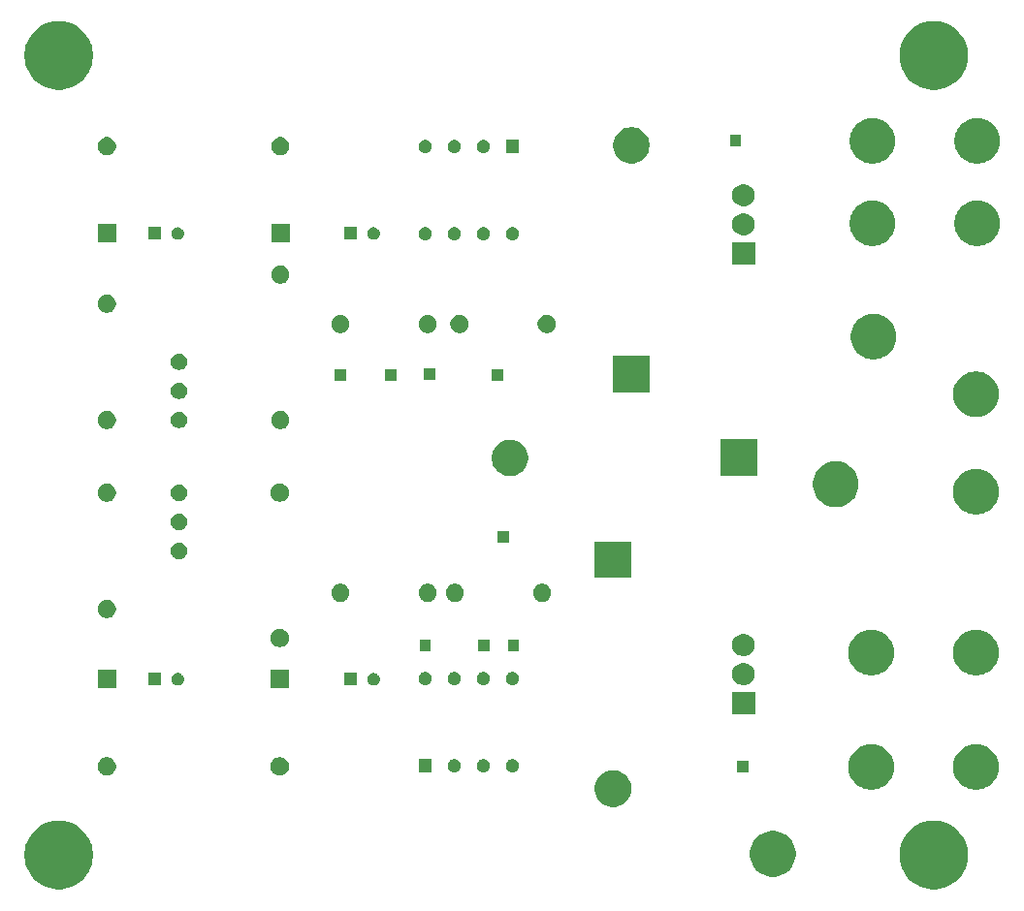
<source format=gbr>
%TF.GenerationSoftware,KiCad,Pcbnew,9.0.1*%
%TF.CreationDate,2025-06-15T17:03:02+03:00*%
%TF.ProjectId,pcb_no_div,7063625f-6e6f-45f6-9469-762e6b696361,rev?*%
%TF.SameCoordinates,Original*%
%TF.FileFunction,Soldermask,Bot*%
%TF.FilePolarity,Negative*%
%FSLAX46Y46*%
G04 Gerber Fmt 4.6, Leading zero omitted, Abs format (unit mm)*
G04 Created by KiCad (PCBNEW 9.0.1) date 2025-06-15 17:03:02*
%MOMM*%
%LPD*%
G01*
G04 APERTURE LIST*
G04 APERTURE END LIST*
G36*
X46252519Y-101942387D02*
G01*
X46580507Y-102017248D01*
X46898050Y-102128361D01*
X47201157Y-102274330D01*
X47486014Y-102453317D01*
X47749040Y-102663074D01*
X47986926Y-102900960D01*
X48196683Y-103163986D01*
X48375670Y-103448843D01*
X48521639Y-103751950D01*
X48632752Y-104069493D01*
X48707613Y-104397481D01*
X48745280Y-104731789D01*
X48745280Y-105068211D01*
X48707613Y-105402519D01*
X48632752Y-105730507D01*
X48521639Y-106048050D01*
X48375670Y-106351157D01*
X48196683Y-106636014D01*
X47986926Y-106899040D01*
X47749040Y-107136926D01*
X47486014Y-107346683D01*
X47201157Y-107525670D01*
X46898050Y-107671639D01*
X46580507Y-107782752D01*
X46252519Y-107857613D01*
X45918211Y-107895280D01*
X45581789Y-107895280D01*
X45247481Y-107857613D01*
X44919493Y-107782752D01*
X44601950Y-107671639D01*
X44298843Y-107525670D01*
X44013986Y-107346683D01*
X43750960Y-107136926D01*
X43513074Y-106899040D01*
X43303317Y-106636014D01*
X43124330Y-106351157D01*
X42978361Y-106048050D01*
X42867248Y-105730507D01*
X42792387Y-105402519D01*
X42754720Y-105068211D01*
X42754720Y-104731789D01*
X42792387Y-104397481D01*
X42867248Y-104069493D01*
X42978361Y-103751950D01*
X43124330Y-103448843D01*
X43303317Y-103163986D01*
X43513074Y-102900960D01*
X43750960Y-102663074D01*
X44013986Y-102453317D01*
X44298843Y-102274330D01*
X44601950Y-102128361D01*
X44919493Y-102017248D01*
X45247481Y-101942387D01*
X45581789Y-101904720D01*
X45918211Y-101904720D01*
X46252519Y-101942387D01*
G37*
G36*
X122652519Y-101942387D02*
G01*
X122980507Y-102017248D01*
X123298050Y-102128361D01*
X123601157Y-102274330D01*
X123886014Y-102453317D01*
X124149040Y-102663074D01*
X124386926Y-102900960D01*
X124596683Y-103163986D01*
X124775670Y-103448843D01*
X124921639Y-103751950D01*
X125032752Y-104069493D01*
X125107613Y-104397481D01*
X125145280Y-104731789D01*
X125145280Y-105068211D01*
X125107613Y-105402519D01*
X125032752Y-105730507D01*
X124921639Y-106048050D01*
X124775670Y-106351157D01*
X124596683Y-106636014D01*
X124386926Y-106899040D01*
X124149040Y-107136926D01*
X123886014Y-107346683D01*
X123601157Y-107525670D01*
X123298050Y-107671639D01*
X122980507Y-107782752D01*
X122652519Y-107857613D01*
X122318211Y-107895280D01*
X121981789Y-107895280D01*
X121647481Y-107857613D01*
X121319493Y-107782752D01*
X121001950Y-107671639D01*
X120698843Y-107525670D01*
X120413986Y-107346683D01*
X120150960Y-107136926D01*
X119913074Y-106899040D01*
X119703317Y-106636014D01*
X119524330Y-106351157D01*
X119378361Y-106048050D01*
X119267248Y-105730507D01*
X119192387Y-105402519D01*
X119154720Y-105068211D01*
X119154720Y-104731789D01*
X119192387Y-104397481D01*
X119267248Y-104069493D01*
X119378361Y-103751950D01*
X119524330Y-103448843D01*
X119703317Y-103163986D01*
X119913074Y-102900960D01*
X120150960Y-102663074D01*
X120413986Y-102453317D01*
X120698843Y-102274330D01*
X121001950Y-102128361D01*
X121319493Y-102017248D01*
X121647481Y-101942387D01*
X121981789Y-101904720D01*
X122318211Y-101904720D01*
X122652519Y-101942387D01*
G37*
G36*
X108490181Y-102838429D02*
G01*
X108742879Y-102906140D01*
X108984577Y-103006255D01*
X109211140Y-103137061D01*
X109418692Y-103296320D01*
X109603680Y-103481308D01*
X109762939Y-103688860D01*
X109893745Y-103915423D01*
X109993860Y-104157121D01*
X110061571Y-104409819D01*
X110095718Y-104669194D01*
X110095718Y-104930806D01*
X110061571Y-105190181D01*
X109993860Y-105442879D01*
X109893745Y-105684577D01*
X109762939Y-105911140D01*
X109603680Y-106118692D01*
X109418692Y-106303680D01*
X109211140Y-106462939D01*
X108984577Y-106593745D01*
X108742879Y-106693860D01*
X108490181Y-106761571D01*
X108230806Y-106795718D01*
X107969194Y-106795718D01*
X107709819Y-106761571D01*
X107457121Y-106693860D01*
X107215423Y-106593745D01*
X106988860Y-106462939D01*
X106781308Y-106303680D01*
X106596320Y-106118692D01*
X106437061Y-105911140D01*
X106306255Y-105684577D01*
X106206140Y-105442879D01*
X106138429Y-105190181D01*
X106104282Y-104930806D01*
X106104282Y-104669194D01*
X106138429Y-104409819D01*
X106206140Y-104157121D01*
X106306255Y-103915423D01*
X106437061Y-103688860D01*
X106596320Y-103481308D01*
X106781308Y-103296320D01*
X106988860Y-103137061D01*
X107215423Y-103006255D01*
X107457121Y-102906140D01*
X107709819Y-102838429D01*
X107969194Y-102804282D01*
X108230806Y-102804282D01*
X108490181Y-102838429D01*
G37*
G36*
X94523513Y-97544208D02*
G01*
X94762293Y-97621793D01*
X94985998Y-97735776D01*
X95189117Y-97883350D01*
X95366650Y-98060883D01*
X95514224Y-98264002D01*
X95628207Y-98487707D01*
X95705792Y-98726487D01*
X95745068Y-98974465D01*
X95745068Y-99225535D01*
X95705792Y-99473513D01*
X95628207Y-99712293D01*
X95514224Y-99935998D01*
X95366650Y-100139117D01*
X95189117Y-100316650D01*
X94985998Y-100464224D01*
X94762293Y-100578207D01*
X94523513Y-100655792D01*
X94275535Y-100695068D01*
X94024465Y-100695068D01*
X93776487Y-100655792D01*
X93537707Y-100578207D01*
X93314002Y-100464224D01*
X93110883Y-100316650D01*
X92933350Y-100139117D01*
X92785776Y-99935998D01*
X92671793Y-99712293D01*
X92594208Y-99473513D01*
X92554932Y-99225535D01*
X92554932Y-98974465D01*
X92594208Y-98726487D01*
X92671793Y-98487707D01*
X92785776Y-98264002D01*
X92933350Y-98060883D01*
X93110883Y-97883350D01*
X93314002Y-97735776D01*
X93537707Y-97621793D01*
X93776487Y-97544208D01*
X94024465Y-97504932D01*
X94275535Y-97504932D01*
X94523513Y-97544208D01*
G37*
G36*
X117090181Y-95238429D02*
G01*
X117342879Y-95306140D01*
X117584577Y-95406255D01*
X117811140Y-95537061D01*
X118018692Y-95696320D01*
X118203680Y-95881308D01*
X118362939Y-96088860D01*
X118493745Y-96315423D01*
X118593860Y-96557121D01*
X118661571Y-96809819D01*
X118695718Y-97069194D01*
X118695718Y-97330806D01*
X118661571Y-97590181D01*
X118593860Y-97842879D01*
X118493745Y-98084577D01*
X118362939Y-98311140D01*
X118203680Y-98518692D01*
X118018692Y-98703680D01*
X117811140Y-98862939D01*
X117584577Y-98993745D01*
X117342879Y-99093860D01*
X117090181Y-99161571D01*
X116830806Y-99195718D01*
X116569194Y-99195718D01*
X116309819Y-99161571D01*
X116057121Y-99093860D01*
X115815423Y-98993745D01*
X115588860Y-98862939D01*
X115381308Y-98703680D01*
X115196320Y-98518692D01*
X115037061Y-98311140D01*
X114906255Y-98084577D01*
X114806140Y-97842879D01*
X114738429Y-97590181D01*
X114704282Y-97330806D01*
X114704282Y-97069194D01*
X114738429Y-96809819D01*
X114806140Y-96557121D01*
X114906255Y-96315423D01*
X115037061Y-96088860D01*
X115196320Y-95881308D01*
X115381308Y-95696320D01*
X115588860Y-95537061D01*
X115815423Y-95406255D01*
X116057121Y-95306140D01*
X116309819Y-95238429D01*
X116569194Y-95204282D01*
X116830806Y-95204282D01*
X117090181Y-95238429D01*
G37*
G36*
X126240181Y-95238429D02*
G01*
X126492879Y-95306140D01*
X126734577Y-95406255D01*
X126961140Y-95537061D01*
X127168692Y-95696320D01*
X127353680Y-95881308D01*
X127512939Y-96088860D01*
X127643745Y-96315423D01*
X127743860Y-96557121D01*
X127811571Y-96809819D01*
X127845718Y-97069194D01*
X127845718Y-97330806D01*
X127811571Y-97590181D01*
X127743860Y-97842879D01*
X127643745Y-98084577D01*
X127512939Y-98311140D01*
X127353680Y-98518692D01*
X127168692Y-98703680D01*
X126961140Y-98862939D01*
X126734577Y-98993745D01*
X126492879Y-99093860D01*
X126240181Y-99161571D01*
X125980806Y-99195718D01*
X125719194Y-99195718D01*
X125459819Y-99161571D01*
X125207121Y-99093860D01*
X124965423Y-98993745D01*
X124738860Y-98862939D01*
X124531308Y-98703680D01*
X124346320Y-98518692D01*
X124187061Y-98311140D01*
X124056255Y-98084577D01*
X123956140Y-97842879D01*
X123888429Y-97590181D01*
X123854282Y-97330806D01*
X123854282Y-97069194D01*
X123888429Y-96809819D01*
X123956140Y-96557121D01*
X124056255Y-96315423D01*
X124187061Y-96088860D01*
X124346320Y-95881308D01*
X124531308Y-95696320D01*
X124738860Y-95537061D01*
X124965423Y-95406255D01*
X125207121Y-95306140D01*
X125459819Y-95238429D01*
X125719194Y-95204282D01*
X125980806Y-95204282D01*
X126240181Y-95238429D01*
G37*
G36*
X50182228Y-96394448D02*
G01*
X50327117Y-96454463D01*
X50457515Y-96541592D01*
X50568408Y-96652485D01*
X50655537Y-96782883D01*
X50715552Y-96927772D01*
X50746148Y-97081586D01*
X50746148Y-97238414D01*
X50715552Y-97392228D01*
X50655537Y-97537117D01*
X50568408Y-97667515D01*
X50457515Y-97778408D01*
X50327117Y-97865537D01*
X50182228Y-97925552D01*
X50028414Y-97956148D01*
X49871586Y-97956148D01*
X49717772Y-97925552D01*
X49572883Y-97865537D01*
X49442485Y-97778408D01*
X49331592Y-97667515D01*
X49244463Y-97537117D01*
X49184448Y-97392228D01*
X49153852Y-97238414D01*
X49153852Y-97081586D01*
X49184448Y-96927772D01*
X49244463Y-96782883D01*
X49331592Y-96652485D01*
X49442485Y-96541592D01*
X49572883Y-96454463D01*
X49717772Y-96394448D01*
X49871586Y-96363852D01*
X50028414Y-96363852D01*
X50182228Y-96394448D01*
G37*
G36*
X65282228Y-96394448D02*
G01*
X65427117Y-96454463D01*
X65557515Y-96541592D01*
X65668408Y-96652485D01*
X65755537Y-96782883D01*
X65815552Y-96927772D01*
X65846148Y-97081586D01*
X65846148Y-97238414D01*
X65815552Y-97392228D01*
X65755537Y-97537117D01*
X65668408Y-97667515D01*
X65557515Y-97778408D01*
X65427117Y-97865537D01*
X65282228Y-97925552D01*
X65128414Y-97956148D01*
X64971586Y-97956148D01*
X64817772Y-97925552D01*
X64672883Y-97865537D01*
X64542485Y-97778408D01*
X64431592Y-97667515D01*
X64344463Y-97537117D01*
X64284448Y-97392228D01*
X64253852Y-97238414D01*
X64253852Y-97081586D01*
X64284448Y-96927772D01*
X64344463Y-96782883D01*
X64431592Y-96652485D01*
X64542485Y-96541592D01*
X64672883Y-96454463D01*
X64817772Y-96394448D01*
X64971586Y-96363852D01*
X65128414Y-96363852D01*
X65282228Y-96394448D01*
G37*
G36*
X105950000Y-97700000D02*
G01*
X104950000Y-97700000D01*
X104950000Y-96700000D01*
X105950000Y-96700000D01*
X105950000Y-97700000D01*
G37*
G36*
X78320000Y-97680000D02*
G01*
X77160000Y-97680000D01*
X77160000Y-96520000D01*
X78320000Y-96520000D01*
X78320000Y-97680000D01*
G37*
G36*
X80346275Y-96524962D02*
G01*
X80355705Y-96524962D01*
X80382871Y-96532241D01*
X80448278Y-96545251D01*
X80479153Y-96558039D01*
X80501956Y-96564150D01*
X80522401Y-96575954D01*
X80553274Y-96588742D01*
X80608719Y-96625789D01*
X80633082Y-96639855D01*
X80639750Y-96646523D01*
X80647761Y-96651876D01*
X80728123Y-96732238D01*
X80733475Y-96740248D01*
X80740145Y-96746918D01*
X80754212Y-96771283D01*
X80791257Y-96826725D01*
X80804043Y-96857594D01*
X80815850Y-96878044D01*
X80821961Y-96900850D01*
X80834748Y-96931721D01*
X80847757Y-96997123D01*
X80855038Y-97024295D01*
X80855038Y-97033725D01*
X80856918Y-97043177D01*
X80856918Y-97156822D01*
X80855038Y-97166273D01*
X80855038Y-97175705D01*
X80847756Y-97202879D01*
X80834748Y-97268278D01*
X80821961Y-97299146D01*
X80815850Y-97321956D01*
X80804042Y-97342407D01*
X80791257Y-97373274D01*
X80754216Y-97428708D01*
X80740145Y-97453082D01*
X80733473Y-97459753D01*
X80728123Y-97467761D01*
X80647761Y-97548123D01*
X80639753Y-97553473D01*
X80633082Y-97560145D01*
X80608708Y-97574216D01*
X80553274Y-97611257D01*
X80522407Y-97624042D01*
X80501956Y-97635850D01*
X80479146Y-97641961D01*
X80448278Y-97654748D01*
X80382877Y-97667757D01*
X80355705Y-97675038D01*
X80346274Y-97675038D01*
X80336823Y-97676918D01*
X80223177Y-97676918D01*
X80213726Y-97675038D01*
X80204295Y-97675038D01*
X80177123Y-97667757D01*
X80111721Y-97654748D01*
X80080850Y-97641961D01*
X80058044Y-97635850D01*
X80037594Y-97624043D01*
X80006725Y-97611257D01*
X79951283Y-97574212D01*
X79926918Y-97560145D01*
X79920248Y-97553475D01*
X79912238Y-97548123D01*
X79831876Y-97467761D01*
X79826523Y-97459750D01*
X79819855Y-97453082D01*
X79805789Y-97428719D01*
X79768742Y-97373274D01*
X79755954Y-97342401D01*
X79744150Y-97321956D01*
X79738039Y-97299153D01*
X79725251Y-97268278D01*
X79712241Y-97202873D01*
X79704962Y-97175705D01*
X79704962Y-97166273D01*
X79703082Y-97156822D01*
X79703082Y-97043177D01*
X79704962Y-97033725D01*
X79704962Y-97024295D01*
X79712241Y-96997129D01*
X79725251Y-96931721D01*
X79738040Y-96900844D01*
X79744150Y-96878044D01*
X79755952Y-96857600D01*
X79768742Y-96826725D01*
X79805793Y-96771272D01*
X79819855Y-96746918D01*
X79826521Y-96740251D01*
X79831876Y-96732238D01*
X79912238Y-96651876D01*
X79920251Y-96646521D01*
X79926918Y-96639855D01*
X79951272Y-96625793D01*
X80006725Y-96588742D01*
X80037600Y-96575952D01*
X80058044Y-96564150D01*
X80080844Y-96558040D01*
X80111721Y-96545251D01*
X80177129Y-96532241D01*
X80204295Y-96524962D01*
X80213725Y-96524962D01*
X80223177Y-96523082D01*
X80336823Y-96523082D01*
X80346275Y-96524962D01*
G37*
G36*
X82886275Y-96524962D02*
G01*
X82895705Y-96524962D01*
X82922871Y-96532241D01*
X82988278Y-96545251D01*
X83019153Y-96558039D01*
X83041956Y-96564150D01*
X83062401Y-96575954D01*
X83093274Y-96588742D01*
X83148719Y-96625789D01*
X83173082Y-96639855D01*
X83179750Y-96646523D01*
X83187761Y-96651876D01*
X83268123Y-96732238D01*
X83273475Y-96740248D01*
X83280145Y-96746918D01*
X83294212Y-96771283D01*
X83331257Y-96826725D01*
X83344043Y-96857594D01*
X83355850Y-96878044D01*
X83361961Y-96900850D01*
X83374748Y-96931721D01*
X83387757Y-96997123D01*
X83395038Y-97024295D01*
X83395038Y-97033725D01*
X83396918Y-97043177D01*
X83396918Y-97156822D01*
X83395038Y-97166273D01*
X83395038Y-97175705D01*
X83387756Y-97202879D01*
X83374748Y-97268278D01*
X83361961Y-97299146D01*
X83355850Y-97321956D01*
X83344042Y-97342407D01*
X83331257Y-97373274D01*
X83294216Y-97428708D01*
X83280145Y-97453082D01*
X83273473Y-97459753D01*
X83268123Y-97467761D01*
X83187761Y-97548123D01*
X83179753Y-97553473D01*
X83173082Y-97560145D01*
X83148708Y-97574216D01*
X83093274Y-97611257D01*
X83062407Y-97624042D01*
X83041956Y-97635850D01*
X83019146Y-97641961D01*
X82988278Y-97654748D01*
X82922877Y-97667757D01*
X82895705Y-97675038D01*
X82886274Y-97675038D01*
X82876823Y-97676918D01*
X82763177Y-97676918D01*
X82753726Y-97675038D01*
X82744295Y-97675038D01*
X82717123Y-97667757D01*
X82651721Y-97654748D01*
X82620850Y-97641961D01*
X82598044Y-97635850D01*
X82577594Y-97624043D01*
X82546725Y-97611257D01*
X82491283Y-97574212D01*
X82466918Y-97560145D01*
X82460248Y-97553475D01*
X82452238Y-97548123D01*
X82371876Y-97467761D01*
X82366523Y-97459750D01*
X82359855Y-97453082D01*
X82345789Y-97428719D01*
X82308742Y-97373274D01*
X82295954Y-97342401D01*
X82284150Y-97321956D01*
X82278039Y-97299153D01*
X82265251Y-97268278D01*
X82252241Y-97202873D01*
X82244962Y-97175705D01*
X82244962Y-97166273D01*
X82243082Y-97156822D01*
X82243082Y-97043177D01*
X82244962Y-97033725D01*
X82244962Y-97024295D01*
X82252241Y-96997129D01*
X82265251Y-96931721D01*
X82278040Y-96900844D01*
X82284150Y-96878044D01*
X82295952Y-96857600D01*
X82308742Y-96826725D01*
X82345793Y-96771272D01*
X82359855Y-96746918D01*
X82366521Y-96740251D01*
X82371876Y-96732238D01*
X82452238Y-96651876D01*
X82460251Y-96646521D01*
X82466918Y-96639855D01*
X82491272Y-96625793D01*
X82546725Y-96588742D01*
X82577600Y-96575952D01*
X82598044Y-96564150D01*
X82620844Y-96558040D01*
X82651721Y-96545251D01*
X82717129Y-96532241D01*
X82744295Y-96524962D01*
X82753725Y-96524962D01*
X82763177Y-96523082D01*
X82876823Y-96523082D01*
X82886275Y-96524962D01*
G37*
G36*
X85426275Y-96524962D02*
G01*
X85435705Y-96524962D01*
X85462871Y-96532241D01*
X85528278Y-96545251D01*
X85559153Y-96558039D01*
X85581956Y-96564150D01*
X85602401Y-96575954D01*
X85633274Y-96588742D01*
X85688719Y-96625789D01*
X85713082Y-96639855D01*
X85719750Y-96646523D01*
X85727761Y-96651876D01*
X85808123Y-96732238D01*
X85813475Y-96740248D01*
X85820145Y-96746918D01*
X85834212Y-96771283D01*
X85871257Y-96826725D01*
X85884043Y-96857594D01*
X85895850Y-96878044D01*
X85901961Y-96900850D01*
X85914748Y-96931721D01*
X85927757Y-96997123D01*
X85935038Y-97024295D01*
X85935038Y-97033725D01*
X85936918Y-97043177D01*
X85936918Y-97156822D01*
X85935038Y-97166273D01*
X85935038Y-97175705D01*
X85927756Y-97202879D01*
X85914748Y-97268278D01*
X85901961Y-97299146D01*
X85895850Y-97321956D01*
X85884042Y-97342407D01*
X85871257Y-97373274D01*
X85834216Y-97428708D01*
X85820145Y-97453082D01*
X85813473Y-97459753D01*
X85808123Y-97467761D01*
X85727761Y-97548123D01*
X85719753Y-97553473D01*
X85713082Y-97560145D01*
X85688708Y-97574216D01*
X85633274Y-97611257D01*
X85602407Y-97624042D01*
X85581956Y-97635850D01*
X85559146Y-97641961D01*
X85528278Y-97654748D01*
X85462877Y-97667757D01*
X85435705Y-97675038D01*
X85426274Y-97675038D01*
X85416823Y-97676918D01*
X85303177Y-97676918D01*
X85293726Y-97675038D01*
X85284295Y-97675038D01*
X85257123Y-97667757D01*
X85191721Y-97654748D01*
X85160850Y-97641961D01*
X85138044Y-97635850D01*
X85117594Y-97624043D01*
X85086725Y-97611257D01*
X85031283Y-97574212D01*
X85006918Y-97560145D01*
X85000248Y-97553475D01*
X84992238Y-97548123D01*
X84911876Y-97467761D01*
X84906523Y-97459750D01*
X84899855Y-97453082D01*
X84885789Y-97428719D01*
X84848742Y-97373274D01*
X84835954Y-97342401D01*
X84824150Y-97321956D01*
X84818039Y-97299153D01*
X84805251Y-97268278D01*
X84792241Y-97202873D01*
X84784962Y-97175705D01*
X84784962Y-97166273D01*
X84783082Y-97156822D01*
X84783082Y-97043177D01*
X84784962Y-97033725D01*
X84784962Y-97024295D01*
X84792241Y-96997129D01*
X84805251Y-96931721D01*
X84818040Y-96900844D01*
X84824150Y-96878044D01*
X84835952Y-96857600D01*
X84848742Y-96826725D01*
X84885793Y-96771272D01*
X84899855Y-96746918D01*
X84906521Y-96740251D01*
X84911876Y-96732238D01*
X84992238Y-96651876D01*
X85000251Y-96646521D01*
X85006918Y-96639855D01*
X85031272Y-96625793D01*
X85086725Y-96588742D01*
X85117600Y-96575952D01*
X85138044Y-96564150D01*
X85160844Y-96558040D01*
X85191721Y-96545251D01*
X85257129Y-96532241D01*
X85284295Y-96524962D01*
X85293725Y-96524962D01*
X85303177Y-96523082D01*
X85416823Y-96523082D01*
X85426275Y-96524962D01*
G37*
G36*
X106540000Y-92592500D02*
G01*
X104540000Y-92592500D01*
X104540000Y-90687500D01*
X106540000Y-90687500D01*
X106540000Y-92592500D01*
G37*
G36*
X50750000Y-90340000D02*
G01*
X49150000Y-90340000D01*
X49150000Y-88740000D01*
X50750000Y-88740000D01*
X50750000Y-90340000D01*
G37*
G36*
X65850000Y-90340000D02*
G01*
X64250000Y-90340000D01*
X64250000Y-88740000D01*
X65850000Y-88740000D01*
X65850000Y-90340000D01*
G37*
G36*
X54700000Y-90090000D02*
G01*
X53600000Y-90090000D01*
X53600000Y-88990000D01*
X54700000Y-88990000D01*
X54700000Y-90090000D01*
G37*
G36*
X71800000Y-90090000D02*
G01*
X70700000Y-90090000D01*
X70700000Y-88990000D01*
X71800000Y-88990000D01*
X71800000Y-90090000D01*
G37*
G36*
X56212771Y-88994705D02*
G01*
X56221789Y-88994705D01*
X56247771Y-89001666D01*
X56309569Y-89013959D01*
X56338738Y-89026041D01*
X56360476Y-89031866D01*
X56379965Y-89043118D01*
X56409133Y-89055200D01*
X56461524Y-89090206D01*
X56484819Y-89103656D01*
X56491194Y-89110031D01*
X56498729Y-89115066D01*
X56574933Y-89191270D01*
X56579967Y-89198804D01*
X56586344Y-89205181D01*
X56599795Y-89228479D01*
X56634799Y-89280866D01*
X56646879Y-89310030D01*
X56658134Y-89329524D01*
X56663959Y-89351265D01*
X56676040Y-89380430D01*
X56688331Y-89442223D01*
X56695295Y-89468211D01*
X56695295Y-89477229D01*
X56697063Y-89486118D01*
X56697063Y-89593881D01*
X56695295Y-89602769D01*
X56695295Y-89611789D01*
X56688330Y-89637779D01*
X56676040Y-89699569D01*
X56663960Y-89728731D01*
X56658134Y-89750476D01*
X56646878Y-89769971D01*
X56634799Y-89799133D01*
X56599799Y-89851513D01*
X56586344Y-89874819D01*
X56579965Y-89881197D01*
X56574933Y-89888729D01*
X56498729Y-89964933D01*
X56491197Y-89969965D01*
X56484819Y-89976344D01*
X56461513Y-89989799D01*
X56409133Y-90024799D01*
X56379971Y-90036878D01*
X56360476Y-90048134D01*
X56338731Y-90053960D01*
X56309569Y-90066040D01*
X56247777Y-90078331D01*
X56221789Y-90085295D01*
X56212770Y-90085295D01*
X56203882Y-90087063D01*
X56096118Y-90087063D01*
X56087230Y-90085295D01*
X56078211Y-90085295D01*
X56052223Y-90078331D01*
X55990430Y-90066040D01*
X55961265Y-90053959D01*
X55939524Y-90048134D01*
X55920030Y-90036879D01*
X55890866Y-90024799D01*
X55838479Y-89989795D01*
X55815181Y-89976344D01*
X55808804Y-89969967D01*
X55801270Y-89964933D01*
X55725066Y-89888729D01*
X55720031Y-89881194D01*
X55713656Y-89874819D01*
X55700206Y-89851524D01*
X55665200Y-89799133D01*
X55653118Y-89769965D01*
X55641866Y-89750476D01*
X55636041Y-89728738D01*
X55623959Y-89699569D01*
X55611667Y-89637773D01*
X55604705Y-89611789D01*
X55604705Y-89602769D01*
X55602937Y-89593881D01*
X55602937Y-89486118D01*
X55604705Y-89477229D01*
X55604705Y-89468211D01*
X55611666Y-89442229D01*
X55623959Y-89380430D01*
X55636042Y-89351258D01*
X55641866Y-89329524D01*
X55653116Y-89310037D01*
X55665200Y-89280866D01*
X55700211Y-89228468D01*
X55713656Y-89205181D01*
X55720029Y-89198807D01*
X55725066Y-89191270D01*
X55801270Y-89115066D01*
X55808807Y-89110029D01*
X55815181Y-89103656D01*
X55838468Y-89090211D01*
X55890866Y-89055200D01*
X55920037Y-89043116D01*
X55939524Y-89031866D01*
X55961258Y-89026042D01*
X55990430Y-89013959D01*
X56052229Y-89001666D01*
X56078211Y-88994705D01*
X56087229Y-88994705D01*
X56096118Y-88992937D01*
X56203882Y-88992937D01*
X56212771Y-88994705D01*
G37*
G36*
X73312771Y-88994705D02*
G01*
X73321789Y-88994705D01*
X73347771Y-89001666D01*
X73409569Y-89013959D01*
X73438738Y-89026041D01*
X73460476Y-89031866D01*
X73479965Y-89043118D01*
X73509133Y-89055200D01*
X73561524Y-89090206D01*
X73584819Y-89103656D01*
X73591194Y-89110031D01*
X73598729Y-89115066D01*
X73674933Y-89191270D01*
X73679967Y-89198804D01*
X73686344Y-89205181D01*
X73699795Y-89228479D01*
X73734799Y-89280866D01*
X73746879Y-89310030D01*
X73758134Y-89329524D01*
X73763959Y-89351265D01*
X73776040Y-89380430D01*
X73788331Y-89442223D01*
X73795295Y-89468211D01*
X73795295Y-89477229D01*
X73797063Y-89486118D01*
X73797063Y-89593881D01*
X73795295Y-89602769D01*
X73795295Y-89611789D01*
X73788330Y-89637779D01*
X73776040Y-89699569D01*
X73763960Y-89728731D01*
X73758134Y-89750476D01*
X73746878Y-89769971D01*
X73734799Y-89799133D01*
X73699799Y-89851513D01*
X73686344Y-89874819D01*
X73679965Y-89881197D01*
X73674933Y-89888729D01*
X73598729Y-89964933D01*
X73591197Y-89969965D01*
X73584819Y-89976344D01*
X73561513Y-89989799D01*
X73509133Y-90024799D01*
X73479971Y-90036878D01*
X73460476Y-90048134D01*
X73438731Y-90053960D01*
X73409569Y-90066040D01*
X73347777Y-90078331D01*
X73321789Y-90085295D01*
X73312770Y-90085295D01*
X73303882Y-90087063D01*
X73196118Y-90087063D01*
X73187230Y-90085295D01*
X73178211Y-90085295D01*
X73152223Y-90078331D01*
X73090430Y-90066040D01*
X73061265Y-90053959D01*
X73039524Y-90048134D01*
X73020030Y-90036879D01*
X72990866Y-90024799D01*
X72938479Y-89989795D01*
X72915181Y-89976344D01*
X72908804Y-89969967D01*
X72901270Y-89964933D01*
X72825066Y-89888729D01*
X72820031Y-89881194D01*
X72813656Y-89874819D01*
X72800206Y-89851524D01*
X72765200Y-89799133D01*
X72753118Y-89769965D01*
X72741866Y-89750476D01*
X72736041Y-89728738D01*
X72723959Y-89699569D01*
X72711667Y-89637773D01*
X72704705Y-89611789D01*
X72704705Y-89602769D01*
X72702937Y-89593881D01*
X72702937Y-89486118D01*
X72704705Y-89477229D01*
X72704705Y-89468211D01*
X72711666Y-89442229D01*
X72723959Y-89380430D01*
X72736042Y-89351258D01*
X72741866Y-89329524D01*
X72753116Y-89310037D01*
X72765200Y-89280866D01*
X72800211Y-89228468D01*
X72813656Y-89205181D01*
X72820029Y-89198807D01*
X72825066Y-89191270D01*
X72901270Y-89115066D01*
X72908807Y-89110029D01*
X72915181Y-89103656D01*
X72938468Y-89090211D01*
X72990866Y-89055200D01*
X73020037Y-89043116D01*
X73039524Y-89031866D01*
X73061258Y-89026042D01*
X73090430Y-89013959D01*
X73152229Y-89001666D01*
X73178211Y-88994705D01*
X73187229Y-88994705D01*
X73196118Y-88992937D01*
X73303882Y-88992937D01*
X73312771Y-88994705D01*
G37*
G36*
X77806275Y-88904962D02*
G01*
X77815705Y-88904962D01*
X77842871Y-88912241D01*
X77908278Y-88925251D01*
X77939153Y-88938039D01*
X77961956Y-88944150D01*
X77982401Y-88955954D01*
X78013274Y-88968742D01*
X78068719Y-89005789D01*
X78093082Y-89019855D01*
X78099750Y-89026523D01*
X78107761Y-89031876D01*
X78188123Y-89112238D01*
X78193475Y-89120248D01*
X78200145Y-89126918D01*
X78214212Y-89151283D01*
X78251257Y-89206725D01*
X78264043Y-89237594D01*
X78275850Y-89258044D01*
X78281961Y-89280850D01*
X78294748Y-89311721D01*
X78307757Y-89377123D01*
X78315038Y-89404295D01*
X78315038Y-89413725D01*
X78316918Y-89423177D01*
X78316918Y-89536822D01*
X78315038Y-89546273D01*
X78315038Y-89555705D01*
X78307756Y-89582879D01*
X78294748Y-89648278D01*
X78281961Y-89679146D01*
X78275850Y-89701956D01*
X78264042Y-89722407D01*
X78251257Y-89753274D01*
X78214216Y-89808708D01*
X78200145Y-89833082D01*
X78193473Y-89839753D01*
X78188123Y-89847761D01*
X78107761Y-89928123D01*
X78099753Y-89933473D01*
X78093082Y-89940145D01*
X78068708Y-89954216D01*
X78013274Y-89991257D01*
X77982407Y-90004042D01*
X77961956Y-90015850D01*
X77939146Y-90021961D01*
X77908278Y-90034748D01*
X77842877Y-90047757D01*
X77815705Y-90055038D01*
X77806274Y-90055038D01*
X77796823Y-90056918D01*
X77683177Y-90056918D01*
X77673726Y-90055038D01*
X77664295Y-90055038D01*
X77637123Y-90047757D01*
X77571721Y-90034748D01*
X77540850Y-90021961D01*
X77518044Y-90015850D01*
X77497594Y-90004043D01*
X77466725Y-89991257D01*
X77411283Y-89954212D01*
X77386918Y-89940145D01*
X77380248Y-89933475D01*
X77372238Y-89928123D01*
X77291876Y-89847761D01*
X77286523Y-89839750D01*
X77279855Y-89833082D01*
X77265789Y-89808719D01*
X77228742Y-89753274D01*
X77215954Y-89722401D01*
X77204150Y-89701956D01*
X77198039Y-89679153D01*
X77185251Y-89648278D01*
X77172241Y-89582873D01*
X77164962Y-89555705D01*
X77164962Y-89546273D01*
X77163082Y-89536822D01*
X77163082Y-89423177D01*
X77164962Y-89413725D01*
X77164962Y-89404295D01*
X77172241Y-89377129D01*
X77185251Y-89311721D01*
X77198040Y-89280844D01*
X77204150Y-89258044D01*
X77215952Y-89237600D01*
X77228742Y-89206725D01*
X77265793Y-89151272D01*
X77279855Y-89126918D01*
X77286521Y-89120251D01*
X77291876Y-89112238D01*
X77372238Y-89031876D01*
X77380251Y-89026521D01*
X77386918Y-89019855D01*
X77411272Y-89005793D01*
X77466725Y-88968742D01*
X77497600Y-88955952D01*
X77518044Y-88944150D01*
X77540844Y-88938040D01*
X77571721Y-88925251D01*
X77637129Y-88912241D01*
X77664295Y-88904962D01*
X77673725Y-88904962D01*
X77683177Y-88903082D01*
X77796823Y-88903082D01*
X77806275Y-88904962D01*
G37*
G36*
X80346275Y-88904962D02*
G01*
X80355705Y-88904962D01*
X80382871Y-88912241D01*
X80448278Y-88925251D01*
X80479153Y-88938039D01*
X80501956Y-88944150D01*
X80522401Y-88955954D01*
X80553274Y-88968742D01*
X80608719Y-89005789D01*
X80633082Y-89019855D01*
X80639750Y-89026523D01*
X80647761Y-89031876D01*
X80728123Y-89112238D01*
X80733475Y-89120248D01*
X80740145Y-89126918D01*
X80754212Y-89151283D01*
X80791257Y-89206725D01*
X80804043Y-89237594D01*
X80815850Y-89258044D01*
X80821961Y-89280850D01*
X80834748Y-89311721D01*
X80847757Y-89377123D01*
X80855038Y-89404295D01*
X80855038Y-89413725D01*
X80856918Y-89423177D01*
X80856918Y-89536822D01*
X80855038Y-89546273D01*
X80855038Y-89555705D01*
X80847756Y-89582879D01*
X80834748Y-89648278D01*
X80821961Y-89679146D01*
X80815850Y-89701956D01*
X80804042Y-89722407D01*
X80791257Y-89753274D01*
X80754216Y-89808708D01*
X80740145Y-89833082D01*
X80733473Y-89839753D01*
X80728123Y-89847761D01*
X80647761Y-89928123D01*
X80639753Y-89933473D01*
X80633082Y-89940145D01*
X80608708Y-89954216D01*
X80553274Y-89991257D01*
X80522407Y-90004042D01*
X80501956Y-90015850D01*
X80479146Y-90021961D01*
X80448278Y-90034748D01*
X80382877Y-90047757D01*
X80355705Y-90055038D01*
X80346274Y-90055038D01*
X80336823Y-90056918D01*
X80223177Y-90056918D01*
X80213726Y-90055038D01*
X80204295Y-90055038D01*
X80177123Y-90047757D01*
X80111721Y-90034748D01*
X80080850Y-90021961D01*
X80058044Y-90015850D01*
X80037594Y-90004043D01*
X80006725Y-89991257D01*
X79951283Y-89954212D01*
X79926918Y-89940145D01*
X79920248Y-89933475D01*
X79912238Y-89928123D01*
X79831876Y-89847761D01*
X79826523Y-89839750D01*
X79819855Y-89833082D01*
X79805789Y-89808719D01*
X79768742Y-89753274D01*
X79755954Y-89722401D01*
X79744150Y-89701956D01*
X79738039Y-89679153D01*
X79725251Y-89648278D01*
X79712241Y-89582873D01*
X79704962Y-89555705D01*
X79704962Y-89546273D01*
X79703082Y-89536822D01*
X79703082Y-89423177D01*
X79704962Y-89413725D01*
X79704962Y-89404295D01*
X79712241Y-89377129D01*
X79725251Y-89311721D01*
X79738040Y-89280844D01*
X79744150Y-89258044D01*
X79755952Y-89237600D01*
X79768742Y-89206725D01*
X79805793Y-89151272D01*
X79819855Y-89126918D01*
X79826521Y-89120251D01*
X79831876Y-89112238D01*
X79912238Y-89031876D01*
X79920251Y-89026521D01*
X79926918Y-89019855D01*
X79951272Y-89005793D01*
X80006725Y-88968742D01*
X80037600Y-88955952D01*
X80058044Y-88944150D01*
X80080844Y-88938040D01*
X80111721Y-88925251D01*
X80177129Y-88912241D01*
X80204295Y-88904962D01*
X80213725Y-88904962D01*
X80223177Y-88903082D01*
X80336823Y-88903082D01*
X80346275Y-88904962D01*
G37*
G36*
X82886275Y-88904962D02*
G01*
X82895705Y-88904962D01*
X82922871Y-88912241D01*
X82988278Y-88925251D01*
X83019153Y-88938039D01*
X83041956Y-88944150D01*
X83062401Y-88955954D01*
X83093274Y-88968742D01*
X83148719Y-89005789D01*
X83173082Y-89019855D01*
X83179750Y-89026523D01*
X83187761Y-89031876D01*
X83268123Y-89112238D01*
X83273475Y-89120248D01*
X83280145Y-89126918D01*
X83294212Y-89151283D01*
X83331257Y-89206725D01*
X83344043Y-89237594D01*
X83355850Y-89258044D01*
X83361961Y-89280850D01*
X83374748Y-89311721D01*
X83387757Y-89377123D01*
X83395038Y-89404295D01*
X83395038Y-89413725D01*
X83396918Y-89423177D01*
X83396918Y-89536822D01*
X83395038Y-89546273D01*
X83395038Y-89555705D01*
X83387756Y-89582879D01*
X83374748Y-89648278D01*
X83361961Y-89679146D01*
X83355850Y-89701956D01*
X83344042Y-89722407D01*
X83331257Y-89753274D01*
X83294216Y-89808708D01*
X83280145Y-89833082D01*
X83273473Y-89839753D01*
X83268123Y-89847761D01*
X83187761Y-89928123D01*
X83179753Y-89933473D01*
X83173082Y-89940145D01*
X83148708Y-89954216D01*
X83093274Y-89991257D01*
X83062407Y-90004042D01*
X83041956Y-90015850D01*
X83019146Y-90021961D01*
X82988278Y-90034748D01*
X82922877Y-90047757D01*
X82895705Y-90055038D01*
X82886274Y-90055038D01*
X82876823Y-90056918D01*
X82763177Y-90056918D01*
X82753726Y-90055038D01*
X82744295Y-90055038D01*
X82717123Y-90047757D01*
X82651721Y-90034748D01*
X82620850Y-90021961D01*
X82598044Y-90015850D01*
X82577594Y-90004043D01*
X82546725Y-89991257D01*
X82491283Y-89954212D01*
X82466918Y-89940145D01*
X82460248Y-89933475D01*
X82452238Y-89928123D01*
X82371876Y-89847761D01*
X82366523Y-89839750D01*
X82359855Y-89833082D01*
X82345789Y-89808719D01*
X82308742Y-89753274D01*
X82295954Y-89722401D01*
X82284150Y-89701956D01*
X82278039Y-89679153D01*
X82265251Y-89648278D01*
X82252241Y-89582873D01*
X82244962Y-89555705D01*
X82244962Y-89546273D01*
X82243082Y-89536822D01*
X82243082Y-89423177D01*
X82244962Y-89413725D01*
X82244962Y-89404295D01*
X82252241Y-89377129D01*
X82265251Y-89311721D01*
X82278040Y-89280844D01*
X82284150Y-89258044D01*
X82295952Y-89237600D01*
X82308742Y-89206725D01*
X82345793Y-89151272D01*
X82359855Y-89126918D01*
X82366521Y-89120251D01*
X82371876Y-89112238D01*
X82452238Y-89031876D01*
X82460251Y-89026521D01*
X82466918Y-89019855D01*
X82491272Y-89005793D01*
X82546725Y-88968742D01*
X82577600Y-88955952D01*
X82598044Y-88944150D01*
X82620844Y-88938040D01*
X82651721Y-88925251D01*
X82717129Y-88912241D01*
X82744295Y-88904962D01*
X82753725Y-88904962D01*
X82763177Y-88903082D01*
X82876823Y-88903082D01*
X82886275Y-88904962D01*
G37*
G36*
X85426275Y-88904962D02*
G01*
X85435705Y-88904962D01*
X85462871Y-88912241D01*
X85528278Y-88925251D01*
X85559153Y-88938039D01*
X85581956Y-88944150D01*
X85602401Y-88955954D01*
X85633274Y-88968742D01*
X85688719Y-89005789D01*
X85713082Y-89019855D01*
X85719750Y-89026523D01*
X85727761Y-89031876D01*
X85808123Y-89112238D01*
X85813475Y-89120248D01*
X85820145Y-89126918D01*
X85834212Y-89151283D01*
X85871257Y-89206725D01*
X85884043Y-89237594D01*
X85895850Y-89258044D01*
X85901961Y-89280850D01*
X85914748Y-89311721D01*
X85927757Y-89377123D01*
X85935038Y-89404295D01*
X85935038Y-89413725D01*
X85936918Y-89423177D01*
X85936918Y-89536822D01*
X85935038Y-89546273D01*
X85935038Y-89555705D01*
X85927756Y-89582879D01*
X85914748Y-89648278D01*
X85901961Y-89679146D01*
X85895850Y-89701956D01*
X85884042Y-89722407D01*
X85871257Y-89753274D01*
X85834216Y-89808708D01*
X85820145Y-89833082D01*
X85813473Y-89839753D01*
X85808123Y-89847761D01*
X85727761Y-89928123D01*
X85719753Y-89933473D01*
X85713082Y-89940145D01*
X85688708Y-89954216D01*
X85633274Y-89991257D01*
X85602407Y-90004042D01*
X85581956Y-90015850D01*
X85559146Y-90021961D01*
X85528278Y-90034748D01*
X85462877Y-90047757D01*
X85435705Y-90055038D01*
X85426274Y-90055038D01*
X85416823Y-90056918D01*
X85303177Y-90056918D01*
X85293726Y-90055038D01*
X85284295Y-90055038D01*
X85257123Y-90047757D01*
X85191721Y-90034748D01*
X85160850Y-90021961D01*
X85138044Y-90015850D01*
X85117594Y-90004043D01*
X85086725Y-89991257D01*
X85031283Y-89954212D01*
X85006918Y-89940145D01*
X85000248Y-89933475D01*
X84992238Y-89928123D01*
X84911876Y-89847761D01*
X84906523Y-89839750D01*
X84899855Y-89833082D01*
X84885789Y-89808719D01*
X84848742Y-89753274D01*
X84835954Y-89722401D01*
X84824150Y-89701956D01*
X84818039Y-89679153D01*
X84805251Y-89648278D01*
X84792241Y-89582873D01*
X84784962Y-89555705D01*
X84784962Y-89546273D01*
X84783082Y-89536822D01*
X84783082Y-89423177D01*
X84784962Y-89413725D01*
X84784962Y-89404295D01*
X84792241Y-89377129D01*
X84805251Y-89311721D01*
X84818040Y-89280844D01*
X84824150Y-89258044D01*
X84835952Y-89237600D01*
X84848742Y-89206725D01*
X84885793Y-89151272D01*
X84899855Y-89126918D01*
X84906521Y-89120251D01*
X84911876Y-89112238D01*
X84992238Y-89031876D01*
X85000251Y-89026521D01*
X85006918Y-89019855D01*
X85031272Y-89005793D01*
X85086725Y-88968742D01*
X85117600Y-88955952D01*
X85138044Y-88944150D01*
X85160844Y-88938040D01*
X85191721Y-88925251D01*
X85257129Y-88912241D01*
X85284295Y-88904962D01*
X85293725Y-88904962D01*
X85303177Y-88903082D01*
X85416823Y-88903082D01*
X85426275Y-88904962D01*
G37*
G36*
X105680861Y-88152087D02*
G01*
X105863996Y-88188514D01*
X106036505Y-88259970D01*
X106191760Y-88363708D01*
X106323792Y-88495740D01*
X106427530Y-88650995D01*
X106498986Y-88823504D01*
X106535413Y-89006639D01*
X106535413Y-89193361D01*
X106498986Y-89376496D01*
X106427530Y-89549005D01*
X106323792Y-89704260D01*
X106191760Y-89836292D01*
X106036505Y-89940030D01*
X105863996Y-90011486D01*
X105680861Y-90047913D01*
X105587500Y-90052500D01*
X105586022Y-90052500D01*
X105493978Y-90052500D01*
X105492500Y-90052500D01*
X105399139Y-90047913D01*
X105216004Y-90011486D01*
X105043495Y-89940030D01*
X104888240Y-89836292D01*
X104756208Y-89704260D01*
X104652470Y-89549005D01*
X104581014Y-89376496D01*
X104544587Y-89193361D01*
X104544587Y-89006639D01*
X104581014Y-88823504D01*
X104652470Y-88650995D01*
X104756208Y-88495740D01*
X104888240Y-88363708D01*
X105043495Y-88259970D01*
X105216004Y-88188514D01*
X105399139Y-88152087D01*
X105492500Y-88147500D01*
X105587500Y-88147500D01*
X105680861Y-88152087D01*
G37*
G36*
X117090181Y-85238429D02*
G01*
X117342879Y-85306140D01*
X117584577Y-85406255D01*
X117811140Y-85537061D01*
X118018692Y-85696320D01*
X118203680Y-85881308D01*
X118362939Y-86088860D01*
X118493745Y-86315423D01*
X118593860Y-86557121D01*
X118661571Y-86809819D01*
X118695718Y-87069194D01*
X118695718Y-87330806D01*
X118661571Y-87590181D01*
X118593860Y-87842879D01*
X118493745Y-88084577D01*
X118362939Y-88311140D01*
X118203680Y-88518692D01*
X118018692Y-88703680D01*
X117811140Y-88862939D01*
X117584577Y-88993745D01*
X117342879Y-89093860D01*
X117090181Y-89161571D01*
X116830806Y-89195718D01*
X116569194Y-89195718D01*
X116309819Y-89161571D01*
X116057121Y-89093860D01*
X115815423Y-88993745D01*
X115588860Y-88862939D01*
X115381308Y-88703680D01*
X115196320Y-88518692D01*
X115037061Y-88311140D01*
X114906255Y-88084577D01*
X114806140Y-87842879D01*
X114738429Y-87590181D01*
X114704282Y-87330806D01*
X114704282Y-87069194D01*
X114738429Y-86809819D01*
X114806140Y-86557121D01*
X114906255Y-86315423D01*
X115037061Y-86088860D01*
X115196320Y-85881308D01*
X115381308Y-85696320D01*
X115588860Y-85537061D01*
X115815423Y-85406255D01*
X116057121Y-85306140D01*
X116309819Y-85238429D01*
X116569194Y-85204282D01*
X116830806Y-85204282D01*
X117090181Y-85238429D01*
G37*
G36*
X126240181Y-85238429D02*
G01*
X126492879Y-85306140D01*
X126734577Y-85406255D01*
X126961140Y-85537061D01*
X127168692Y-85696320D01*
X127353680Y-85881308D01*
X127512939Y-86088860D01*
X127643745Y-86315423D01*
X127743860Y-86557121D01*
X127811571Y-86809819D01*
X127845718Y-87069194D01*
X127845718Y-87330806D01*
X127811571Y-87590181D01*
X127743860Y-87842879D01*
X127643745Y-88084577D01*
X127512939Y-88311140D01*
X127353680Y-88518692D01*
X127168692Y-88703680D01*
X126961140Y-88862939D01*
X126734577Y-88993745D01*
X126492879Y-89093860D01*
X126240181Y-89161571D01*
X125980806Y-89195718D01*
X125719194Y-89195718D01*
X125459819Y-89161571D01*
X125207121Y-89093860D01*
X124965423Y-88993745D01*
X124738860Y-88862939D01*
X124531308Y-88703680D01*
X124346320Y-88518692D01*
X124187061Y-88311140D01*
X124056255Y-88084577D01*
X123956140Y-87842879D01*
X123888429Y-87590181D01*
X123854282Y-87330806D01*
X123854282Y-87069194D01*
X123888429Y-86809819D01*
X123956140Y-86557121D01*
X124056255Y-86315423D01*
X124187061Y-86088860D01*
X124346320Y-85881308D01*
X124531308Y-85696320D01*
X124738860Y-85537061D01*
X124965423Y-85406255D01*
X125207121Y-85306140D01*
X125459819Y-85238429D01*
X125719194Y-85204282D01*
X125980806Y-85204282D01*
X126240181Y-85238429D01*
G37*
G36*
X105680861Y-85612087D02*
G01*
X105863996Y-85648514D01*
X106036505Y-85719970D01*
X106191760Y-85823708D01*
X106323792Y-85955740D01*
X106427530Y-86110995D01*
X106498986Y-86283504D01*
X106535413Y-86466639D01*
X106535413Y-86653361D01*
X106498986Y-86836496D01*
X106427530Y-87009005D01*
X106323792Y-87164260D01*
X106191760Y-87296292D01*
X106036505Y-87400030D01*
X105863996Y-87471486D01*
X105680861Y-87507913D01*
X105587500Y-87512500D01*
X105586022Y-87512500D01*
X105493978Y-87512500D01*
X105492500Y-87512500D01*
X105399139Y-87507913D01*
X105216004Y-87471486D01*
X105043495Y-87400030D01*
X104888240Y-87296292D01*
X104756208Y-87164260D01*
X104652470Y-87009005D01*
X104581014Y-86836496D01*
X104544587Y-86653361D01*
X104544587Y-86466639D01*
X104581014Y-86283504D01*
X104652470Y-86110995D01*
X104756208Y-85955740D01*
X104888240Y-85823708D01*
X105043495Y-85719970D01*
X105216004Y-85648514D01*
X105399139Y-85612087D01*
X105492500Y-85607500D01*
X105587500Y-85607500D01*
X105680861Y-85612087D01*
G37*
G36*
X78250000Y-87100000D02*
G01*
X77250000Y-87100000D01*
X77250000Y-86100000D01*
X78250000Y-86100000D01*
X78250000Y-87100000D01*
G37*
G36*
X83350000Y-87100000D02*
G01*
X82350000Y-87100000D01*
X82350000Y-86100000D01*
X83350000Y-86100000D01*
X83350000Y-87100000D01*
G37*
G36*
X85950000Y-87100000D02*
G01*
X84950000Y-87100000D01*
X84950000Y-86100000D01*
X85950000Y-86100000D01*
X85950000Y-87100000D01*
G37*
G36*
X65282228Y-85184448D02*
G01*
X65427117Y-85244463D01*
X65557515Y-85331592D01*
X65668408Y-85442485D01*
X65755537Y-85572883D01*
X65815552Y-85717772D01*
X65846148Y-85871586D01*
X65846148Y-86028414D01*
X65815552Y-86182228D01*
X65755537Y-86327117D01*
X65668408Y-86457515D01*
X65557515Y-86568408D01*
X65427117Y-86655537D01*
X65282228Y-86715552D01*
X65128414Y-86746148D01*
X64971586Y-86746148D01*
X64817772Y-86715552D01*
X64672883Y-86655537D01*
X64542485Y-86568408D01*
X64431592Y-86457515D01*
X64344463Y-86327117D01*
X64284448Y-86182228D01*
X64253852Y-86028414D01*
X64253852Y-85871586D01*
X64284448Y-85717772D01*
X64344463Y-85572883D01*
X64431592Y-85442485D01*
X64542485Y-85331592D01*
X64672883Y-85244463D01*
X64817772Y-85184448D01*
X64971586Y-85153852D01*
X65128414Y-85153852D01*
X65282228Y-85184448D01*
G37*
G36*
X50182228Y-82644448D02*
G01*
X50327117Y-82704463D01*
X50457515Y-82791592D01*
X50568408Y-82902485D01*
X50655537Y-83032883D01*
X50715552Y-83177772D01*
X50746148Y-83331586D01*
X50746148Y-83488414D01*
X50715552Y-83642228D01*
X50655537Y-83787117D01*
X50568408Y-83917515D01*
X50457515Y-84028408D01*
X50327117Y-84115537D01*
X50182228Y-84175552D01*
X50028414Y-84206148D01*
X49871586Y-84206148D01*
X49717772Y-84175552D01*
X49572883Y-84115537D01*
X49442485Y-84028408D01*
X49331592Y-83917515D01*
X49244463Y-83787117D01*
X49184448Y-83642228D01*
X49153852Y-83488414D01*
X49153852Y-83331586D01*
X49184448Y-83177772D01*
X49244463Y-83032883D01*
X49331592Y-82902485D01*
X49442485Y-82791592D01*
X49572883Y-82704463D01*
X49717772Y-82644448D01*
X49871586Y-82613852D01*
X50028414Y-82613852D01*
X50182228Y-82644448D01*
G37*
G36*
X70572228Y-81234448D02*
G01*
X70717117Y-81294463D01*
X70847515Y-81381592D01*
X70958408Y-81492485D01*
X71045537Y-81622883D01*
X71105552Y-81767772D01*
X71136148Y-81921586D01*
X71136148Y-82078414D01*
X71105552Y-82232228D01*
X71045537Y-82377117D01*
X70958408Y-82507515D01*
X70847515Y-82618408D01*
X70717117Y-82705537D01*
X70572228Y-82765552D01*
X70418414Y-82796148D01*
X70261586Y-82796148D01*
X70107772Y-82765552D01*
X69962883Y-82705537D01*
X69832485Y-82618408D01*
X69721592Y-82507515D01*
X69634463Y-82377117D01*
X69574448Y-82232228D01*
X69543852Y-82078414D01*
X69543852Y-81921586D01*
X69574448Y-81767772D01*
X69634463Y-81622883D01*
X69721592Y-81492485D01*
X69832485Y-81381592D01*
X69962883Y-81294463D01*
X70107772Y-81234448D01*
X70261586Y-81203852D01*
X70418414Y-81203852D01*
X70572228Y-81234448D01*
G37*
G36*
X78192228Y-81234448D02*
G01*
X78337117Y-81294463D01*
X78467515Y-81381592D01*
X78578408Y-81492485D01*
X78665537Y-81622883D01*
X78725552Y-81767772D01*
X78756148Y-81921586D01*
X78756148Y-82078414D01*
X78725552Y-82232228D01*
X78665537Y-82377117D01*
X78578408Y-82507515D01*
X78467515Y-82618408D01*
X78337117Y-82705537D01*
X78192228Y-82765552D01*
X78038414Y-82796148D01*
X77881586Y-82796148D01*
X77727772Y-82765552D01*
X77582883Y-82705537D01*
X77452485Y-82618408D01*
X77341592Y-82507515D01*
X77254463Y-82377117D01*
X77194448Y-82232228D01*
X77163852Y-82078414D01*
X77163852Y-81921586D01*
X77194448Y-81767772D01*
X77254463Y-81622883D01*
X77341592Y-81492485D01*
X77452485Y-81381592D01*
X77582883Y-81294463D01*
X77727772Y-81234448D01*
X77881586Y-81203852D01*
X78038414Y-81203852D01*
X78192228Y-81234448D01*
G37*
G36*
X80572228Y-81234448D02*
G01*
X80717117Y-81294463D01*
X80847515Y-81381592D01*
X80958408Y-81492485D01*
X81045537Y-81622883D01*
X81105552Y-81767772D01*
X81136148Y-81921586D01*
X81136148Y-82078414D01*
X81105552Y-82232228D01*
X81045537Y-82377117D01*
X80958408Y-82507515D01*
X80847515Y-82618408D01*
X80717117Y-82705537D01*
X80572228Y-82765552D01*
X80418414Y-82796148D01*
X80261586Y-82796148D01*
X80107772Y-82765552D01*
X79962883Y-82705537D01*
X79832485Y-82618408D01*
X79721592Y-82507515D01*
X79634463Y-82377117D01*
X79574448Y-82232228D01*
X79543852Y-82078414D01*
X79543852Y-81921586D01*
X79574448Y-81767772D01*
X79634463Y-81622883D01*
X79721592Y-81492485D01*
X79832485Y-81381592D01*
X79962883Y-81294463D01*
X80107772Y-81234448D01*
X80261586Y-81203852D01*
X80418414Y-81203852D01*
X80572228Y-81234448D01*
G37*
G36*
X88192228Y-81234448D02*
G01*
X88337117Y-81294463D01*
X88467515Y-81381592D01*
X88578408Y-81492485D01*
X88665537Y-81622883D01*
X88725552Y-81767772D01*
X88756148Y-81921586D01*
X88756148Y-82078414D01*
X88725552Y-82232228D01*
X88665537Y-82377117D01*
X88578408Y-82507515D01*
X88467515Y-82618408D01*
X88337117Y-82705537D01*
X88192228Y-82765552D01*
X88038414Y-82796148D01*
X87881586Y-82796148D01*
X87727772Y-82765552D01*
X87582883Y-82705537D01*
X87452485Y-82618408D01*
X87341592Y-82507515D01*
X87254463Y-82377117D01*
X87194448Y-82232228D01*
X87163852Y-82078414D01*
X87163852Y-81921586D01*
X87194448Y-81767772D01*
X87254463Y-81622883D01*
X87341592Y-81492485D01*
X87452485Y-81381592D01*
X87582883Y-81294463D01*
X87727772Y-81234448D01*
X87881586Y-81203852D01*
X88038414Y-81203852D01*
X88192228Y-81234448D01*
G37*
G36*
X95750000Y-80700000D02*
G01*
X92550000Y-80700000D01*
X92550000Y-77500000D01*
X95750000Y-77500000D01*
X95750000Y-80700000D01*
G37*
G36*
X56459005Y-77641003D02*
G01*
X56589406Y-77695017D01*
X56706763Y-77773432D01*
X56806568Y-77873237D01*
X56884983Y-77990594D01*
X56938997Y-78120995D01*
X56966533Y-78259428D01*
X56966533Y-78400572D01*
X56938997Y-78539005D01*
X56884983Y-78669406D01*
X56806568Y-78786763D01*
X56706763Y-78886568D01*
X56589406Y-78964983D01*
X56459005Y-79018997D01*
X56320572Y-79046533D01*
X56179428Y-79046533D01*
X56040995Y-79018997D01*
X55910594Y-78964983D01*
X55793237Y-78886568D01*
X55693432Y-78786763D01*
X55615017Y-78669406D01*
X55561003Y-78539005D01*
X55533467Y-78400572D01*
X55533467Y-78259428D01*
X55561003Y-78120995D01*
X55615017Y-77990594D01*
X55693432Y-77873237D01*
X55793237Y-77773432D01*
X55910594Y-77695017D01*
X56040995Y-77641003D01*
X56179428Y-77613467D01*
X56320572Y-77613467D01*
X56459005Y-77641003D01*
G37*
G36*
X85050000Y-77600000D02*
G01*
X84050000Y-77600000D01*
X84050000Y-76600000D01*
X85050000Y-76600000D01*
X85050000Y-77600000D01*
G37*
G36*
X56459005Y-75101003D02*
G01*
X56589406Y-75155017D01*
X56706763Y-75233432D01*
X56806568Y-75333237D01*
X56884983Y-75450594D01*
X56938997Y-75580995D01*
X56966533Y-75719428D01*
X56966533Y-75860572D01*
X56938997Y-75999005D01*
X56884983Y-76129406D01*
X56806568Y-76246763D01*
X56706763Y-76346568D01*
X56589406Y-76424983D01*
X56459005Y-76478997D01*
X56320572Y-76506533D01*
X56179428Y-76506533D01*
X56040995Y-76478997D01*
X55910594Y-76424983D01*
X55793237Y-76346568D01*
X55693432Y-76246763D01*
X55615017Y-76129406D01*
X55561003Y-75999005D01*
X55533467Y-75860572D01*
X55533467Y-75719428D01*
X55561003Y-75580995D01*
X55615017Y-75450594D01*
X55693432Y-75333237D01*
X55793237Y-75233432D01*
X55910594Y-75155017D01*
X56040995Y-75101003D01*
X56179428Y-75073467D01*
X56320572Y-75073467D01*
X56459005Y-75101003D01*
G37*
G36*
X126240181Y-71188429D02*
G01*
X126492879Y-71256140D01*
X126734577Y-71356255D01*
X126961140Y-71487061D01*
X127168692Y-71646320D01*
X127353680Y-71831308D01*
X127512939Y-72038860D01*
X127643745Y-72265423D01*
X127743860Y-72507121D01*
X127811571Y-72759819D01*
X127845718Y-73019194D01*
X127845718Y-73280806D01*
X127811571Y-73540181D01*
X127743860Y-73792879D01*
X127643745Y-74034577D01*
X127512939Y-74261140D01*
X127353680Y-74468692D01*
X127168692Y-74653680D01*
X126961140Y-74812939D01*
X126734577Y-74943745D01*
X126492879Y-75043860D01*
X126240181Y-75111571D01*
X125980806Y-75145718D01*
X125719194Y-75145718D01*
X125459819Y-75111571D01*
X125207121Y-75043860D01*
X124965423Y-74943745D01*
X124738860Y-74812939D01*
X124531308Y-74653680D01*
X124346320Y-74468692D01*
X124187061Y-74261140D01*
X124056255Y-74034577D01*
X123956140Y-73792879D01*
X123888429Y-73540181D01*
X123854282Y-73280806D01*
X123854282Y-73019194D01*
X123888429Y-72759819D01*
X123956140Y-72507121D01*
X124056255Y-72265423D01*
X124187061Y-72038860D01*
X124346320Y-71831308D01*
X124531308Y-71646320D01*
X124738860Y-71487061D01*
X124965423Y-71356255D01*
X125207121Y-71256140D01*
X125459819Y-71188429D01*
X125719194Y-71154282D01*
X125980806Y-71154282D01*
X126240181Y-71188429D01*
G37*
G36*
X113990181Y-70538429D02*
G01*
X114242879Y-70606140D01*
X114484577Y-70706255D01*
X114711140Y-70837061D01*
X114918692Y-70996320D01*
X115103680Y-71181308D01*
X115262939Y-71388860D01*
X115393745Y-71615423D01*
X115493860Y-71857121D01*
X115561571Y-72109819D01*
X115595718Y-72369194D01*
X115595718Y-72630806D01*
X115561571Y-72890181D01*
X115493860Y-73142879D01*
X115393745Y-73384577D01*
X115262939Y-73611140D01*
X115103680Y-73818692D01*
X114918692Y-74003680D01*
X114711140Y-74162939D01*
X114484577Y-74293745D01*
X114242879Y-74393860D01*
X113990181Y-74461571D01*
X113730806Y-74495718D01*
X113469194Y-74495718D01*
X113209819Y-74461571D01*
X112957121Y-74393860D01*
X112715423Y-74293745D01*
X112488860Y-74162939D01*
X112281308Y-74003680D01*
X112096320Y-73818692D01*
X111937061Y-73611140D01*
X111806255Y-73384577D01*
X111706140Y-73142879D01*
X111638429Y-72890181D01*
X111604282Y-72630806D01*
X111604282Y-72369194D01*
X111638429Y-72109819D01*
X111706140Y-71857121D01*
X111806255Y-71615423D01*
X111937061Y-71388860D01*
X112096320Y-71181308D01*
X112281308Y-70996320D01*
X112488860Y-70837061D01*
X112715423Y-70706255D01*
X112957121Y-70606140D01*
X113209819Y-70538429D01*
X113469194Y-70504282D01*
X113730806Y-70504282D01*
X113990181Y-70538429D01*
G37*
G36*
X50182228Y-72484448D02*
G01*
X50327117Y-72544463D01*
X50457515Y-72631592D01*
X50568408Y-72742485D01*
X50655537Y-72872883D01*
X50715552Y-73017772D01*
X50746148Y-73171586D01*
X50746148Y-73328414D01*
X50715552Y-73482228D01*
X50655537Y-73627117D01*
X50568408Y-73757515D01*
X50457515Y-73868408D01*
X50327117Y-73955537D01*
X50182228Y-74015552D01*
X50028414Y-74046148D01*
X49871586Y-74046148D01*
X49717772Y-74015552D01*
X49572883Y-73955537D01*
X49442485Y-73868408D01*
X49331592Y-73757515D01*
X49244463Y-73627117D01*
X49184448Y-73482228D01*
X49153852Y-73328414D01*
X49153852Y-73171586D01*
X49184448Y-73017772D01*
X49244463Y-72872883D01*
X49331592Y-72742485D01*
X49442485Y-72631592D01*
X49572883Y-72544463D01*
X49717772Y-72484448D01*
X49871586Y-72453852D01*
X50028414Y-72453852D01*
X50182228Y-72484448D01*
G37*
G36*
X65282228Y-72484448D02*
G01*
X65427117Y-72544463D01*
X65557515Y-72631592D01*
X65668408Y-72742485D01*
X65755537Y-72872883D01*
X65815552Y-73017772D01*
X65846148Y-73171586D01*
X65846148Y-73328414D01*
X65815552Y-73482228D01*
X65755537Y-73627117D01*
X65668408Y-73757515D01*
X65557515Y-73868408D01*
X65427117Y-73955537D01*
X65282228Y-74015552D01*
X65128414Y-74046148D01*
X64971586Y-74046148D01*
X64817772Y-74015552D01*
X64672883Y-73955537D01*
X64542485Y-73868408D01*
X64431592Y-73757515D01*
X64344463Y-73627117D01*
X64284448Y-73482228D01*
X64253852Y-73328414D01*
X64253852Y-73171586D01*
X64284448Y-73017772D01*
X64344463Y-72872883D01*
X64431592Y-72742485D01*
X64542485Y-72631592D01*
X64672883Y-72544463D01*
X64817772Y-72484448D01*
X64971586Y-72453852D01*
X65128414Y-72453852D01*
X65282228Y-72484448D01*
G37*
G36*
X56459005Y-72561003D02*
G01*
X56589406Y-72615017D01*
X56706763Y-72693432D01*
X56806568Y-72793237D01*
X56884983Y-72910594D01*
X56938997Y-73040995D01*
X56966533Y-73179428D01*
X56966533Y-73320572D01*
X56938997Y-73459005D01*
X56884983Y-73589406D01*
X56806568Y-73706763D01*
X56706763Y-73806568D01*
X56589406Y-73884983D01*
X56459005Y-73938997D01*
X56320572Y-73966533D01*
X56179428Y-73966533D01*
X56040995Y-73938997D01*
X55910594Y-73884983D01*
X55793237Y-73806568D01*
X55693432Y-73706763D01*
X55615017Y-73589406D01*
X55561003Y-73459005D01*
X55533467Y-73320572D01*
X55533467Y-73179428D01*
X55561003Y-73040995D01*
X55615017Y-72910594D01*
X55693432Y-72793237D01*
X55793237Y-72693432D01*
X55910594Y-72615017D01*
X56040995Y-72561003D01*
X56179428Y-72533467D01*
X56320572Y-72533467D01*
X56459005Y-72561003D01*
G37*
G36*
X106750000Y-71800000D02*
G01*
X103550000Y-71800000D01*
X103550000Y-68600000D01*
X106750000Y-68600000D01*
X106750000Y-71800000D01*
G37*
G36*
X85523513Y-68644208D02*
G01*
X85762293Y-68721793D01*
X85985998Y-68835776D01*
X86189117Y-68983350D01*
X86366650Y-69160883D01*
X86514224Y-69364002D01*
X86628207Y-69587707D01*
X86705792Y-69826487D01*
X86745068Y-70074465D01*
X86745068Y-70325535D01*
X86705792Y-70573513D01*
X86628207Y-70812293D01*
X86514224Y-71035998D01*
X86366650Y-71239117D01*
X86189117Y-71416650D01*
X85985998Y-71564224D01*
X85762293Y-71678207D01*
X85523513Y-71755792D01*
X85275535Y-71795068D01*
X85024465Y-71795068D01*
X84776487Y-71755792D01*
X84537707Y-71678207D01*
X84314002Y-71564224D01*
X84110883Y-71416650D01*
X83933350Y-71239117D01*
X83785776Y-71035998D01*
X83671793Y-70812293D01*
X83594208Y-70573513D01*
X83554932Y-70325535D01*
X83554932Y-70074465D01*
X83594208Y-69826487D01*
X83671793Y-69587707D01*
X83785776Y-69364002D01*
X83933350Y-69160883D01*
X84110883Y-68983350D01*
X84314002Y-68835776D01*
X84537707Y-68721793D01*
X84776487Y-68644208D01*
X85024465Y-68604932D01*
X85275535Y-68604932D01*
X85523513Y-68644208D01*
G37*
G36*
X50182228Y-66124448D02*
G01*
X50327117Y-66184463D01*
X50457515Y-66271592D01*
X50568408Y-66382485D01*
X50655537Y-66512883D01*
X50715552Y-66657772D01*
X50746148Y-66811586D01*
X50746148Y-66968414D01*
X50715552Y-67122228D01*
X50655537Y-67267117D01*
X50568408Y-67397515D01*
X50457515Y-67508408D01*
X50327117Y-67595537D01*
X50182228Y-67655552D01*
X50028414Y-67686148D01*
X49871586Y-67686148D01*
X49717772Y-67655552D01*
X49572883Y-67595537D01*
X49442485Y-67508408D01*
X49331592Y-67397515D01*
X49244463Y-67267117D01*
X49184448Y-67122228D01*
X49153852Y-66968414D01*
X49153852Y-66811586D01*
X49184448Y-66657772D01*
X49244463Y-66512883D01*
X49331592Y-66382485D01*
X49442485Y-66271592D01*
X49572883Y-66184463D01*
X49717772Y-66124448D01*
X49871586Y-66093852D01*
X50028414Y-66093852D01*
X50182228Y-66124448D01*
G37*
G36*
X65332228Y-66124448D02*
G01*
X65477117Y-66184463D01*
X65607515Y-66271592D01*
X65718408Y-66382485D01*
X65805537Y-66512883D01*
X65865552Y-66657772D01*
X65896148Y-66811586D01*
X65896148Y-66968414D01*
X65865552Y-67122228D01*
X65805537Y-67267117D01*
X65718408Y-67397515D01*
X65607515Y-67508408D01*
X65477117Y-67595537D01*
X65332228Y-67655552D01*
X65178414Y-67686148D01*
X65021586Y-67686148D01*
X64867772Y-67655552D01*
X64722883Y-67595537D01*
X64592485Y-67508408D01*
X64481592Y-67397515D01*
X64394463Y-67267117D01*
X64334448Y-67122228D01*
X64303852Y-66968414D01*
X64303852Y-66811586D01*
X64334448Y-66657772D01*
X64394463Y-66512883D01*
X64481592Y-66382485D01*
X64592485Y-66271592D01*
X64722883Y-66184463D01*
X64867772Y-66124448D01*
X65021586Y-66093852D01*
X65178414Y-66093852D01*
X65332228Y-66124448D01*
G37*
G36*
X56459005Y-66201003D02*
G01*
X56589406Y-66255017D01*
X56706763Y-66333432D01*
X56806568Y-66433237D01*
X56884983Y-66550594D01*
X56938997Y-66680995D01*
X56966533Y-66819428D01*
X56966533Y-66960572D01*
X56938997Y-67099005D01*
X56884983Y-67229406D01*
X56806568Y-67346763D01*
X56706763Y-67446568D01*
X56589406Y-67524983D01*
X56459005Y-67578997D01*
X56320572Y-67606533D01*
X56179428Y-67606533D01*
X56040995Y-67578997D01*
X55910594Y-67524983D01*
X55793237Y-67446568D01*
X55693432Y-67346763D01*
X55615017Y-67229406D01*
X55561003Y-67099005D01*
X55533467Y-66960572D01*
X55533467Y-66819428D01*
X55561003Y-66680995D01*
X55615017Y-66550594D01*
X55693432Y-66433237D01*
X55793237Y-66333432D01*
X55910594Y-66255017D01*
X56040995Y-66201003D01*
X56179428Y-66173467D01*
X56320572Y-66173467D01*
X56459005Y-66201003D01*
G37*
G36*
X126240181Y-62688429D02*
G01*
X126492879Y-62756140D01*
X126734577Y-62856255D01*
X126961140Y-62987061D01*
X127168692Y-63146320D01*
X127353680Y-63331308D01*
X127512939Y-63538860D01*
X127643745Y-63765423D01*
X127743860Y-64007121D01*
X127811571Y-64259819D01*
X127845718Y-64519194D01*
X127845718Y-64780806D01*
X127811571Y-65040181D01*
X127743860Y-65292879D01*
X127643745Y-65534577D01*
X127512939Y-65761140D01*
X127353680Y-65968692D01*
X127168692Y-66153680D01*
X126961140Y-66312939D01*
X126734577Y-66443745D01*
X126492879Y-66543860D01*
X126240181Y-66611571D01*
X125980806Y-66645718D01*
X125719194Y-66645718D01*
X125459819Y-66611571D01*
X125207121Y-66543860D01*
X124965423Y-66443745D01*
X124738860Y-66312939D01*
X124531308Y-66153680D01*
X124346320Y-65968692D01*
X124187061Y-65761140D01*
X124056255Y-65534577D01*
X123956140Y-65292879D01*
X123888429Y-65040181D01*
X123854282Y-64780806D01*
X123854282Y-64519194D01*
X123888429Y-64259819D01*
X123956140Y-64007121D01*
X124056255Y-63765423D01*
X124187061Y-63538860D01*
X124346320Y-63331308D01*
X124531308Y-63146320D01*
X124738860Y-62987061D01*
X124965423Y-62856255D01*
X125207121Y-62756140D01*
X125459819Y-62688429D01*
X125719194Y-62654282D01*
X125980806Y-62654282D01*
X126240181Y-62688429D01*
G37*
G36*
X56459005Y-63661003D02*
G01*
X56589406Y-63715017D01*
X56706763Y-63793432D01*
X56806568Y-63893237D01*
X56884983Y-64010594D01*
X56938997Y-64140995D01*
X56966533Y-64279428D01*
X56966533Y-64420572D01*
X56938997Y-64559005D01*
X56884983Y-64689406D01*
X56806568Y-64806763D01*
X56706763Y-64906568D01*
X56589406Y-64984983D01*
X56459005Y-65038997D01*
X56320572Y-65066533D01*
X56179428Y-65066533D01*
X56040995Y-65038997D01*
X55910594Y-64984983D01*
X55793237Y-64906568D01*
X55693432Y-64806763D01*
X55615017Y-64689406D01*
X55561003Y-64559005D01*
X55533467Y-64420572D01*
X55533467Y-64279428D01*
X55561003Y-64140995D01*
X55615017Y-64010594D01*
X55693432Y-63893237D01*
X55793237Y-63793432D01*
X55910594Y-63715017D01*
X56040995Y-63661003D01*
X56179428Y-63633467D01*
X56320572Y-63633467D01*
X56459005Y-63661003D01*
G37*
G36*
X97350000Y-64500000D02*
G01*
X94150000Y-64500000D01*
X94150000Y-61300000D01*
X97350000Y-61300000D01*
X97350000Y-64500000D01*
G37*
G36*
X70850000Y-63500000D02*
G01*
X69850000Y-63500000D01*
X69850000Y-62500000D01*
X70850000Y-62500000D01*
X70850000Y-63500000D01*
G37*
G36*
X75250000Y-63500000D02*
G01*
X74250000Y-63500000D01*
X74250000Y-62500000D01*
X75250000Y-62500000D01*
X75250000Y-63500000D01*
G37*
G36*
X84550000Y-63500000D02*
G01*
X83550000Y-63500000D01*
X83550000Y-62500000D01*
X84550000Y-62500000D01*
X84550000Y-63500000D01*
G37*
G36*
X78650000Y-63400000D02*
G01*
X77650000Y-63400000D01*
X77650000Y-62400000D01*
X78650000Y-62400000D01*
X78650000Y-63400000D01*
G37*
G36*
X56459005Y-61121003D02*
G01*
X56589406Y-61175017D01*
X56706763Y-61253432D01*
X56806568Y-61353237D01*
X56884983Y-61470594D01*
X56938997Y-61600995D01*
X56966533Y-61739428D01*
X56966533Y-61880572D01*
X56938997Y-62019005D01*
X56884983Y-62149406D01*
X56806568Y-62266763D01*
X56706763Y-62366568D01*
X56589406Y-62444983D01*
X56459005Y-62498997D01*
X56320572Y-62526533D01*
X56179428Y-62526533D01*
X56040995Y-62498997D01*
X55910594Y-62444983D01*
X55793237Y-62366568D01*
X55693432Y-62266763D01*
X55615017Y-62149406D01*
X55561003Y-62019005D01*
X55533467Y-61880572D01*
X55533467Y-61739428D01*
X55561003Y-61600995D01*
X55615017Y-61470594D01*
X55693432Y-61353237D01*
X55793237Y-61253432D01*
X55910594Y-61175017D01*
X56040995Y-61121003D01*
X56179428Y-61093467D01*
X56320572Y-61093467D01*
X56459005Y-61121003D01*
G37*
G36*
X117290181Y-57638429D02*
G01*
X117542879Y-57706140D01*
X117784577Y-57806255D01*
X118011140Y-57937061D01*
X118218692Y-58096320D01*
X118403680Y-58281308D01*
X118562939Y-58488860D01*
X118693745Y-58715423D01*
X118793860Y-58957121D01*
X118861571Y-59209819D01*
X118895718Y-59469194D01*
X118895718Y-59730806D01*
X118861571Y-59990181D01*
X118793860Y-60242879D01*
X118693745Y-60484577D01*
X118562939Y-60711140D01*
X118403680Y-60918692D01*
X118218692Y-61103680D01*
X118011140Y-61262939D01*
X117784577Y-61393745D01*
X117542879Y-61493860D01*
X117290181Y-61561571D01*
X117030806Y-61595718D01*
X116769194Y-61595718D01*
X116509819Y-61561571D01*
X116257121Y-61493860D01*
X116015423Y-61393745D01*
X115788860Y-61262939D01*
X115581308Y-61103680D01*
X115396320Y-60918692D01*
X115237061Y-60711140D01*
X115106255Y-60484577D01*
X115006140Y-60242879D01*
X114938429Y-59990181D01*
X114904282Y-59730806D01*
X114904282Y-59469194D01*
X114938429Y-59209819D01*
X115006140Y-58957121D01*
X115106255Y-58715423D01*
X115237061Y-58488860D01*
X115396320Y-58281308D01*
X115581308Y-58096320D01*
X115788860Y-57937061D01*
X116015423Y-57806255D01*
X116257121Y-57706140D01*
X116509819Y-57638429D01*
X116769194Y-57604282D01*
X117030806Y-57604282D01*
X117290181Y-57638429D01*
G37*
G36*
X70572228Y-57734448D02*
G01*
X70717117Y-57794463D01*
X70847515Y-57881592D01*
X70958408Y-57992485D01*
X71045537Y-58122883D01*
X71105552Y-58267772D01*
X71136148Y-58421586D01*
X71136148Y-58578414D01*
X71105552Y-58732228D01*
X71045537Y-58877117D01*
X70958408Y-59007515D01*
X70847515Y-59118408D01*
X70717117Y-59205537D01*
X70572228Y-59265552D01*
X70418414Y-59296148D01*
X70261586Y-59296148D01*
X70107772Y-59265552D01*
X69962883Y-59205537D01*
X69832485Y-59118408D01*
X69721592Y-59007515D01*
X69634463Y-58877117D01*
X69574448Y-58732228D01*
X69543852Y-58578414D01*
X69543852Y-58421586D01*
X69574448Y-58267772D01*
X69634463Y-58122883D01*
X69721592Y-57992485D01*
X69832485Y-57881592D01*
X69962883Y-57794463D01*
X70107772Y-57734448D01*
X70261586Y-57703852D01*
X70418414Y-57703852D01*
X70572228Y-57734448D01*
G37*
G36*
X78192228Y-57734448D02*
G01*
X78337117Y-57794463D01*
X78467515Y-57881592D01*
X78578408Y-57992485D01*
X78665537Y-58122883D01*
X78725552Y-58267772D01*
X78756148Y-58421586D01*
X78756148Y-58578414D01*
X78725552Y-58732228D01*
X78665537Y-58877117D01*
X78578408Y-59007515D01*
X78467515Y-59118408D01*
X78337117Y-59205537D01*
X78192228Y-59265552D01*
X78038414Y-59296148D01*
X77881586Y-59296148D01*
X77727772Y-59265552D01*
X77582883Y-59205537D01*
X77452485Y-59118408D01*
X77341592Y-59007515D01*
X77254463Y-58877117D01*
X77194448Y-58732228D01*
X77163852Y-58578414D01*
X77163852Y-58421586D01*
X77194448Y-58267772D01*
X77254463Y-58122883D01*
X77341592Y-57992485D01*
X77452485Y-57881592D01*
X77582883Y-57794463D01*
X77727772Y-57734448D01*
X77881586Y-57703852D01*
X78038414Y-57703852D01*
X78192228Y-57734448D01*
G37*
G36*
X80972228Y-57734448D02*
G01*
X81117117Y-57794463D01*
X81247515Y-57881592D01*
X81358408Y-57992485D01*
X81445537Y-58122883D01*
X81505552Y-58267772D01*
X81536148Y-58421586D01*
X81536148Y-58578414D01*
X81505552Y-58732228D01*
X81445537Y-58877117D01*
X81358408Y-59007515D01*
X81247515Y-59118408D01*
X81117117Y-59205537D01*
X80972228Y-59265552D01*
X80818414Y-59296148D01*
X80661586Y-59296148D01*
X80507772Y-59265552D01*
X80362883Y-59205537D01*
X80232485Y-59118408D01*
X80121592Y-59007515D01*
X80034463Y-58877117D01*
X79974448Y-58732228D01*
X79943852Y-58578414D01*
X79943852Y-58421586D01*
X79974448Y-58267772D01*
X80034463Y-58122883D01*
X80121592Y-57992485D01*
X80232485Y-57881592D01*
X80362883Y-57794463D01*
X80507772Y-57734448D01*
X80661586Y-57703852D01*
X80818414Y-57703852D01*
X80972228Y-57734448D01*
G37*
G36*
X88592228Y-57734448D02*
G01*
X88737117Y-57794463D01*
X88867515Y-57881592D01*
X88978408Y-57992485D01*
X89065537Y-58122883D01*
X89125552Y-58267772D01*
X89156148Y-58421586D01*
X89156148Y-58578414D01*
X89125552Y-58732228D01*
X89065537Y-58877117D01*
X88978408Y-59007515D01*
X88867515Y-59118408D01*
X88737117Y-59205537D01*
X88592228Y-59265552D01*
X88438414Y-59296148D01*
X88281586Y-59296148D01*
X88127772Y-59265552D01*
X87982883Y-59205537D01*
X87852485Y-59118408D01*
X87741592Y-59007515D01*
X87654463Y-58877117D01*
X87594448Y-58732228D01*
X87563852Y-58578414D01*
X87563852Y-58421586D01*
X87594448Y-58267772D01*
X87654463Y-58122883D01*
X87741592Y-57992485D01*
X87852485Y-57881592D01*
X87982883Y-57794463D01*
X88127772Y-57734448D01*
X88281586Y-57703852D01*
X88438414Y-57703852D01*
X88592228Y-57734448D01*
G37*
G36*
X50182228Y-55964448D02*
G01*
X50327117Y-56024463D01*
X50457515Y-56111592D01*
X50568408Y-56222485D01*
X50655537Y-56352883D01*
X50715552Y-56497772D01*
X50746148Y-56651586D01*
X50746148Y-56808414D01*
X50715552Y-56962228D01*
X50655537Y-57107117D01*
X50568408Y-57237515D01*
X50457515Y-57348408D01*
X50327117Y-57435537D01*
X50182228Y-57495552D01*
X50028414Y-57526148D01*
X49871586Y-57526148D01*
X49717772Y-57495552D01*
X49572883Y-57435537D01*
X49442485Y-57348408D01*
X49331592Y-57237515D01*
X49244463Y-57107117D01*
X49184448Y-56962228D01*
X49153852Y-56808414D01*
X49153852Y-56651586D01*
X49184448Y-56497772D01*
X49244463Y-56352883D01*
X49331592Y-56222485D01*
X49442485Y-56111592D01*
X49572883Y-56024463D01*
X49717772Y-55964448D01*
X49871586Y-55933852D01*
X50028414Y-55933852D01*
X50182228Y-55964448D01*
G37*
G36*
X65332228Y-53424448D02*
G01*
X65477117Y-53484463D01*
X65607515Y-53571592D01*
X65718408Y-53682485D01*
X65805537Y-53812883D01*
X65865552Y-53957772D01*
X65896148Y-54111586D01*
X65896148Y-54268414D01*
X65865552Y-54422228D01*
X65805537Y-54567117D01*
X65718408Y-54697515D01*
X65607515Y-54808408D01*
X65477117Y-54895537D01*
X65332228Y-54955552D01*
X65178414Y-54986148D01*
X65021586Y-54986148D01*
X64867772Y-54955552D01*
X64722883Y-54895537D01*
X64592485Y-54808408D01*
X64481592Y-54697515D01*
X64394463Y-54567117D01*
X64334448Y-54422228D01*
X64303852Y-54268414D01*
X64303852Y-54111586D01*
X64334448Y-53957772D01*
X64394463Y-53812883D01*
X64481592Y-53682485D01*
X64592485Y-53571592D01*
X64722883Y-53484463D01*
X64867772Y-53424448D01*
X65021586Y-53393852D01*
X65178414Y-53393852D01*
X65332228Y-53424448D01*
G37*
G36*
X106540000Y-53292500D02*
G01*
X104540000Y-53292500D01*
X104540000Y-51387500D01*
X106540000Y-51387500D01*
X106540000Y-53292500D01*
G37*
G36*
X117190181Y-47738429D02*
G01*
X117442879Y-47806140D01*
X117684577Y-47906255D01*
X117911140Y-48037061D01*
X118118692Y-48196320D01*
X118303680Y-48381308D01*
X118462939Y-48588860D01*
X118593745Y-48815423D01*
X118693860Y-49057121D01*
X118761571Y-49309819D01*
X118795718Y-49569194D01*
X118795718Y-49830806D01*
X118761571Y-50090181D01*
X118693860Y-50342879D01*
X118593745Y-50584577D01*
X118462939Y-50811140D01*
X118303680Y-51018692D01*
X118118692Y-51203680D01*
X117911140Y-51362939D01*
X117684577Y-51493745D01*
X117442879Y-51593860D01*
X117190181Y-51661571D01*
X116930806Y-51695718D01*
X116669194Y-51695718D01*
X116409819Y-51661571D01*
X116157121Y-51593860D01*
X115915423Y-51493745D01*
X115688860Y-51362939D01*
X115481308Y-51203680D01*
X115296320Y-51018692D01*
X115137061Y-50811140D01*
X115006255Y-50584577D01*
X114906140Y-50342879D01*
X114838429Y-50090181D01*
X114804282Y-49830806D01*
X114804282Y-49569194D01*
X114838429Y-49309819D01*
X114906140Y-49057121D01*
X115006255Y-48815423D01*
X115137061Y-48588860D01*
X115296320Y-48381308D01*
X115481308Y-48196320D01*
X115688860Y-48037061D01*
X115915423Y-47906255D01*
X116157121Y-47806140D01*
X116409819Y-47738429D01*
X116669194Y-47704282D01*
X116930806Y-47704282D01*
X117190181Y-47738429D01*
G37*
G36*
X126340181Y-47738429D02*
G01*
X126592879Y-47806140D01*
X126834577Y-47906255D01*
X127061140Y-48037061D01*
X127268692Y-48196320D01*
X127453680Y-48381308D01*
X127612939Y-48588860D01*
X127743745Y-48815423D01*
X127843860Y-49057121D01*
X127911571Y-49309819D01*
X127945718Y-49569194D01*
X127945718Y-49830806D01*
X127911571Y-50090181D01*
X127843860Y-50342879D01*
X127743745Y-50584577D01*
X127612939Y-50811140D01*
X127453680Y-51018692D01*
X127268692Y-51203680D01*
X127061140Y-51362939D01*
X126834577Y-51493745D01*
X126592879Y-51593860D01*
X126340181Y-51661571D01*
X126080806Y-51695718D01*
X125819194Y-51695718D01*
X125559819Y-51661571D01*
X125307121Y-51593860D01*
X125065423Y-51493745D01*
X124838860Y-51362939D01*
X124631308Y-51203680D01*
X124446320Y-51018692D01*
X124287061Y-50811140D01*
X124156255Y-50584577D01*
X124056140Y-50342879D01*
X123988429Y-50090181D01*
X123954282Y-49830806D01*
X123954282Y-49569194D01*
X123988429Y-49309819D01*
X124056140Y-49057121D01*
X124156255Y-48815423D01*
X124287061Y-48588860D01*
X124446320Y-48381308D01*
X124631308Y-48196320D01*
X124838860Y-48037061D01*
X125065423Y-47906255D01*
X125307121Y-47806140D01*
X125559819Y-47738429D01*
X125819194Y-47704282D01*
X126080806Y-47704282D01*
X126340181Y-47738429D01*
G37*
G36*
X50750000Y-51400000D02*
G01*
X49150000Y-51400000D01*
X49150000Y-49800000D01*
X50750000Y-49800000D01*
X50750000Y-51400000D01*
G37*
G36*
X65900000Y-51400000D02*
G01*
X64300000Y-51400000D01*
X64300000Y-49800000D01*
X65900000Y-49800000D01*
X65900000Y-51400000D01*
G37*
G36*
X77806275Y-50044962D02*
G01*
X77815705Y-50044962D01*
X77842871Y-50052241D01*
X77908278Y-50065251D01*
X77939153Y-50078039D01*
X77961956Y-50084150D01*
X77982401Y-50095954D01*
X78013274Y-50108742D01*
X78068719Y-50145789D01*
X78093082Y-50159855D01*
X78099750Y-50166523D01*
X78107761Y-50171876D01*
X78188123Y-50252238D01*
X78193475Y-50260248D01*
X78200145Y-50266918D01*
X78214212Y-50291283D01*
X78251257Y-50346725D01*
X78264043Y-50377594D01*
X78275850Y-50398044D01*
X78281961Y-50420850D01*
X78294748Y-50451721D01*
X78307757Y-50517123D01*
X78315038Y-50544295D01*
X78315038Y-50553725D01*
X78316918Y-50563177D01*
X78316918Y-50676822D01*
X78315038Y-50686273D01*
X78315038Y-50695705D01*
X78307756Y-50722879D01*
X78294748Y-50788278D01*
X78281961Y-50819146D01*
X78275850Y-50841956D01*
X78264042Y-50862407D01*
X78251257Y-50893274D01*
X78214216Y-50948708D01*
X78200145Y-50973082D01*
X78193473Y-50979753D01*
X78188123Y-50987761D01*
X78107761Y-51068123D01*
X78099753Y-51073473D01*
X78093082Y-51080145D01*
X78068708Y-51094216D01*
X78013274Y-51131257D01*
X77982407Y-51144042D01*
X77961956Y-51155850D01*
X77939146Y-51161961D01*
X77908278Y-51174748D01*
X77842877Y-51187757D01*
X77815705Y-51195038D01*
X77806274Y-51195038D01*
X77796823Y-51196918D01*
X77683177Y-51196918D01*
X77673726Y-51195038D01*
X77664295Y-51195038D01*
X77637123Y-51187757D01*
X77571721Y-51174748D01*
X77540850Y-51161961D01*
X77518044Y-51155850D01*
X77497594Y-51144043D01*
X77466725Y-51131257D01*
X77411283Y-51094212D01*
X77386918Y-51080145D01*
X77380248Y-51073475D01*
X77372238Y-51068123D01*
X77291876Y-50987761D01*
X77286523Y-50979750D01*
X77279855Y-50973082D01*
X77265789Y-50948719D01*
X77228742Y-50893274D01*
X77215954Y-50862401D01*
X77204150Y-50841956D01*
X77198039Y-50819153D01*
X77185251Y-50788278D01*
X77172241Y-50722873D01*
X77164962Y-50695705D01*
X77164962Y-50686273D01*
X77163082Y-50676822D01*
X77163082Y-50563177D01*
X77164962Y-50553725D01*
X77164962Y-50544295D01*
X77172241Y-50517129D01*
X77185251Y-50451721D01*
X77198040Y-50420844D01*
X77204150Y-50398044D01*
X77215952Y-50377600D01*
X77228742Y-50346725D01*
X77265793Y-50291272D01*
X77279855Y-50266918D01*
X77286521Y-50260251D01*
X77291876Y-50252238D01*
X77372238Y-50171876D01*
X77380251Y-50166521D01*
X77386918Y-50159855D01*
X77411272Y-50145793D01*
X77466725Y-50108742D01*
X77497600Y-50095952D01*
X77518044Y-50084150D01*
X77540844Y-50078040D01*
X77571721Y-50065251D01*
X77637129Y-50052241D01*
X77664295Y-50044962D01*
X77673725Y-50044962D01*
X77683177Y-50043082D01*
X77796823Y-50043082D01*
X77806275Y-50044962D01*
G37*
G36*
X80346275Y-50044962D02*
G01*
X80355705Y-50044962D01*
X80382871Y-50052241D01*
X80448278Y-50065251D01*
X80479153Y-50078039D01*
X80501956Y-50084150D01*
X80522401Y-50095954D01*
X80553274Y-50108742D01*
X80608719Y-50145789D01*
X80633082Y-50159855D01*
X80639750Y-50166523D01*
X80647761Y-50171876D01*
X80728123Y-50252238D01*
X80733475Y-50260248D01*
X80740145Y-50266918D01*
X80754212Y-50291283D01*
X80791257Y-50346725D01*
X80804043Y-50377594D01*
X80815850Y-50398044D01*
X80821961Y-50420850D01*
X80834748Y-50451721D01*
X80847757Y-50517123D01*
X80855038Y-50544295D01*
X80855038Y-50553725D01*
X80856918Y-50563177D01*
X80856918Y-50676822D01*
X80855038Y-50686273D01*
X80855038Y-50695705D01*
X80847756Y-50722879D01*
X80834748Y-50788278D01*
X80821961Y-50819146D01*
X80815850Y-50841956D01*
X80804042Y-50862407D01*
X80791257Y-50893274D01*
X80754216Y-50948708D01*
X80740145Y-50973082D01*
X80733473Y-50979753D01*
X80728123Y-50987761D01*
X80647761Y-51068123D01*
X80639753Y-51073473D01*
X80633082Y-51080145D01*
X80608708Y-51094216D01*
X80553274Y-51131257D01*
X80522407Y-51144042D01*
X80501956Y-51155850D01*
X80479146Y-51161961D01*
X80448278Y-51174748D01*
X80382877Y-51187757D01*
X80355705Y-51195038D01*
X80346274Y-51195038D01*
X80336823Y-51196918D01*
X80223177Y-51196918D01*
X80213726Y-51195038D01*
X80204295Y-51195038D01*
X80177123Y-51187757D01*
X80111721Y-51174748D01*
X80080850Y-51161961D01*
X80058044Y-51155850D01*
X80037594Y-51144043D01*
X80006725Y-51131257D01*
X79951283Y-51094212D01*
X79926918Y-51080145D01*
X79920248Y-51073475D01*
X79912238Y-51068123D01*
X79831876Y-50987761D01*
X79826523Y-50979750D01*
X79819855Y-50973082D01*
X79805789Y-50948719D01*
X79768742Y-50893274D01*
X79755954Y-50862401D01*
X79744150Y-50841956D01*
X79738039Y-50819153D01*
X79725251Y-50788278D01*
X79712241Y-50722873D01*
X79704962Y-50695705D01*
X79704962Y-50686273D01*
X79703082Y-50676822D01*
X79703082Y-50563177D01*
X79704962Y-50553725D01*
X79704962Y-50544295D01*
X79712241Y-50517129D01*
X79725251Y-50451721D01*
X79738040Y-50420844D01*
X79744150Y-50398044D01*
X79755952Y-50377600D01*
X79768742Y-50346725D01*
X79805793Y-50291272D01*
X79819855Y-50266918D01*
X79826521Y-50260251D01*
X79831876Y-50252238D01*
X79912238Y-50171876D01*
X79920251Y-50166521D01*
X79926918Y-50159855D01*
X79951272Y-50145793D01*
X80006725Y-50108742D01*
X80037600Y-50095952D01*
X80058044Y-50084150D01*
X80080844Y-50078040D01*
X80111721Y-50065251D01*
X80177129Y-50052241D01*
X80204295Y-50044962D01*
X80213725Y-50044962D01*
X80223177Y-50043082D01*
X80336823Y-50043082D01*
X80346275Y-50044962D01*
G37*
G36*
X82886275Y-50044962D02*
G01*
X82895705Y-50044962D01*
X82922871Y-50052241D01*
X82988278Y-50065251D01*
X83019153Y-50078039D01*
X83041956Y-50084150D01*
X83062401Y-50095954D01*
X83093274Y-50108742D01*
X83148719Y-50145789D01*
X83173082Y-50159855D01*
X83179750Y-50166523D01*
X83187761Y-50171876D01*
X83268123Y-50252238D01*
X83273475Y-50260248D01*
X83280145Y-50266918D01*
X83294212Y-50291283D01*
X83331257Y-50346725D01*
X83344043Y-50377594D01*
X83355850Y-50398044D01*
X83361961Y-50420850D01*
X83374748Y-50451721D01*
X83387757Y-50517123D01*
X83395038Y-50544295D01*
X83395038Y-50553725D01*
X83396918Y-50563177D01*
X83396918Y-50676822D01*
X83395038Y-50686273D01*
X83395038Y-50695705D01*
X83387756Y-50722879D01*
X83374748Y-50788278D01*
X83361961Y-50819146D01*
X83355850Y-50841956D01*
X83344042Y-50862407D01*
X83331257Y-50893274D01*
X83294216Y-50948708D01*
X83280145Y-50973082D01*
X83273473Y-50979753D01*
X83268123Y-50987761D01*
X83187761Y-51068123D01*
X83179753Y-51073473D01*
X83173082Y-51080145D01*
X83148708Y-51094216D01*
X83093274Y-51131257D01*
X83062407Y-51144042D01*
X83041956Y-51155850D01*
X83019146Y-51161961D01*
X82988278Y-51174748D01*
X82922877Y-51187757D01*
X82895705Y-51195038D01*
X82886274Y-51195038D01*
X82876823Y-51196918D01*
X82763177Y-51196918D01*
X82753726Y-51195038D01*
X82744295Y-51195038D01*
X82717123Y-51187757D01*
X82651721Y-51174748D01*
X82620850Y-51161961D01*
X82598044Y-51155850D01*
X82577594Y-51144043D01*
X82546725Y-51131257D01*
X82491283Y-51094212D01*
X82466918Y-51080145D01*
X82460248Y-51073475D01*
X82452238Y-51068123D01*
X82371876Y-50987761D01*
X82366523Y-50979750D01*
X82359855Y-50973082D01*
X82345789Y-50948719D01*
X82308742Y-50893274D01*
X82295954Y-50862401D01*
X82284150Y-50841956D01*
X82278039Y-50819153D01*
X82265251Y-50788278D01*
X82252241Y-50722873D01*
X82244962Y-50695705D01*
X82244962Y-50686273D01*
X82243082Y-50676822D01*
X82243082Y-50563177D01*
X82244962Y-50553725D01*
X82244962Y-50544295D01*
X82252241Y-50517129D01*
X82265251Y-50451721D01*
X82278040Y-50420844D01*
X82284150Y-50398044D01*
X82295952Y-50377600D01*
X82308742Y-50346725D01*
X82345793Y-50291272D01*
X82359855Y-50266918D01*
X82366521Y-50260251D01*
X82371876Y-50252238D01*
X82452238Y-50171876D01*
X82460251Y-50166521D01*
X82466918Y-50159855D01*
X82491272Y-50145793D01*
X82546725Y-50108742D01*
X82577600Y-50095952D01*
X82598044Y-50084150D01*
X82620844Y-50078040D01*
X82651721Y-50065251D01*
X82717129Y-50052241D01*
X82744295Y-50044962D01*
X82753725Y-50044962D01*
X82763177Y-50043082D01*
X82876823Y-50043082D01*
X82886275Y-50044962D01*
G37*
G36*
X85426275Y-50044962D02*
G01*
X85435705Y-50044962D01*
X85462871Y-50052241D01*
X85528278Y-50065251D01*
X85559153Y-50078039D01*
X85581956Y-50084150D01*
X85602401Y-50095954D01*
X85633274Y-50108742D01*
X85688719Y-50145789D01*
X85713082Y-50159855D01*
X85719750Y-50166523D01*
X85727761Y-50171876D01*
X85808123Y-50252238D01*
X85813475Y-50260248D01*
X85820145Y-50266918D01*
X85834212Y-50291283D01*
X85871257Y-50346725D01*
X85884043Y-50377594D01*
X85895850Y-50398044D01*
X85901961Y-50420850D01*
X85914748Y-50451721D01*
X85927757Y-50517123D01*
X85935038Y-50544295D01*
X85935038Y-50553725D01*
X85936918Y-50563177D01*
X85936918Y-50676822D01*
X85935038Y-50686273D01*
X85935038Y-50695705D01*
X85927756Y-50722879D01*
X85914748Y-50788278D01*
X85901961Y-50819146D01*
X85895850Y-50841956D01*
X85884042Y-50862407D01*
X85871257Y-50893274D01*
X85834216Y-50948708D01*
X85820145Y-50973082D01*
X85813473Y-50979753D01*
X85808123Y-50987761D01*
X85727761Y-51068123D01*
X85719753Y-51073473D01*
X85713082Y-51080145D01*
X85688708Y-51094216D01*
X85633274Y-51131257D01*
X85602407Y-51144042D01*
X85581956Y-51155850D01*
X85559146Y-51161961D01*
X85528278Y-51174748D01*
X85462877Y-51187757D01*
X85435705Y-51195038D01*
X85426274Y-51195038D01*
X85416823Y-51196918D01*
X85303177Y-51196918D01*
X85293726Y-51195038D01*
X85284295Y-51195038D01*
X85257123Y-51187757D01*
X85191721Y-51174748D01*
X85160850Y-51161961D01*
X85138044Y-51155850D01*
X85117594Y-51144043D01*
X85086725Y-51131257D01*
X85031283Y-51094212D01*
X85006918Y-51080145D01*
X85000248Y-51073475D01*
X84992238Y-51068123D01*
X84911876Y-50987761D01*
X84906523Y-50979750D01*
X84899855Y-50973082D01*
X84885789Y-50948719D01*
X84848742Y-50893274D01*
X84835954Y-50862401D01*
X84824150Y-50841956D01*
X84818039Y-50819153D01*
X84805251Y-50788278D01*
X84792241Y-50722873D01*
X84784962Y-50695705D01*
X84784962Y-50686273D01*
X84783082Y-50676822D01*
X84783082Y-50563177D01*
X84784962Y-50553725D01*
X84784962Y-50544295D01*
X84792241Y-50517129D01*
X84805251Y-50451721D01*
X84818040Y-50420844D01*
X84824150Y-50398044D01*
X84835952Y-50377600D01*
X84848742Y-50346725D01*
X84885793Y-50291272D01*
X84899855Y-50266918D01*
X84906521Y-50260251D01*
X84911876Y-50252238D01*
X84992238Y-50171876D01*
X85000251Y-50166521D01*
X85006918Y-50159855D01*
X85031272Y-50145793D01*
X85086725Y-50108742D01*
X85117600Y-50095952D01*
X85138044Y-50084150D01*
X85160844Y-50078040D01*
X85191721Y-50065251D01*
X85257129Y-50052241D01*
X85284295Y-50044962D01*
X85293725Y-50044962D01*
X85303177Y-50043082D01*
X85416823Y-50043082D01*
X85426275Y-50044962D01*
G37*
G36*
X54700000Y-51150000D02*
G01*
X53600000Y-51150000D01*
X53600000Y-50050000D01*
X54700000Y-50050000D01*
X54700000Y-51150000D01*
G37*
G36*
X71800000Y-51150000D02*
G01*
X70700000Y-51150000D01*
X70700000Y-50050000D01*
X71800000Y-50050000D01*
X71800000Y-51150000D01*
G37*
G36*
X56212771Y-50054705D02*
G01*
X56221789Y-50054705D01*
X56247771Y-50061666D01*
X56309569Y-50073959D01*
X56338738Y-50086041D01*
X56360476Y-50091866D01*
X56379965Y-50103118D01*
X56409133Y-50115200D01*
X56461524Y-50150206D01*
X56484819Y-50163656D01*
X56491194Y-50170031D01*
X56498729Y-50175066D01*
X56574933Y-50251270D01*
X56579967Y-50258804D01*
X56586344Y-50265181D01*
X56599795Y-50288479D01*
X56634799Y-50340866D01*
X56646879Y-50370030D01*
X56658134Y-50389524D01*
X56663959Y-50411265D01*
X56676040Y-50440430D01*
X56688331Y-50502223D01*
X56695295Y-50528211D01*
X56695295Y-50537229D01*
X56697063Y-50546118D01*
X56697063Y-50653881D01*
X56695295Y-50662769D01*
X56695295Y-50671789D01*
X56688330Y-50697779D01*
X56676040Y-50759569D01*
X56663960Y-50788731D01*
X56658134Y-50810476D01*
X56646878Y-50829971D01*
X56634799Y-50859133D01*
X56599799Y-50911513D01*
X56586344Y-50934819D01*
X56579965Y-50941197D01*
X56574933Y-50948729D01*
X56498729Y-51024933D01*
X56491197Y-51029965D01*
X56484819Y-51036344D01*
X56461513Y-51049799D01*
X56409133Y-51084799D01*
X56379971Y-51096878D01*
X56360476Y-51108134D01*
X56338731Y-51113960D01*
X56309569Y-51126040D01*
X56247777Y-51138331D01*
X56221789Y-51145295D01*
X56212770Y-51145295D01*
X56203882Y-51147063D01*
X56096118Y-51147063D01*
X56087230Y-51145295D01*
X56078211Y-51145295D01*
X56052223Y-51138331D01*
X55990430Y-51126040D01*
X55961265Y-51113959D01*
X55939524Y-51108134D01*
X55920030Y-51096879D01*
X55890866Y-51084799D01*
X55838479Y-51049795D01*
X55815181Y-51036344D01*
X55808804Y-51029967D01*
X55801270Y-51024933D01*
X55725066Y-50948729D01*
X55720031Y-50941194D01*
X55713656Y-50934819D01*
X55700206Y-50911524D01*
X55665200Y-50859133D01*
X55653118Y-50829965D01*
X55641866Y-50810476D01*
X55636041Y-50788738D01*
X55623959Y-50759569D01*
X55611667Y-50697773D01*
X55604705Y-50671789D01*
X55604705Y-50662769D01*
X55602937Y-50653881D01*
X55602937Y-50546118D01*
X55604705Y-50537229D01*
X55604705Y-50528211D01*
X55611666Y-50502229D01*
X55623959Y-50440430D01*
X55636042Y-50411258D01*
X55641866Y-50389524D01*
X55653116Y-50370037D01*
X55665200Y-50340866D01*
X55700211Y-50288468D01*
X55713656Y-50265181D01*
X55720029Y-50258807D01*
X55725066Y-50251270D01*
X55801270Y-50175066D01*
X55808807Y-50170029D01*
X55815181Y-50163656D01*
X55838468Y-50150211D01*
X55890866Y-50115200D01*
X55920037Y-50103116D01*
X55939524Y-50091866D01*
X55961258Y-50086042D01*
X55990430Y-50073959D01*
X56052229Y-50061666D01*
X56078211Y-50054705D01*
X56087229Y-50054705D01*
X56096118Y-50052937D01*
X56203882Y-50052937D01*
X56212771Y-50054705D01*
G37*
G36*
X73312771Y-50054705D02*
G01*
X73321789Y-50054705D01*
X73347771Y-50061666D01*
X73409569Y-50073959D01*
X73438738Y-50086041D01*
X73460476Y-50091866D01*
X73479965Y-50103118D01*
X73509133Y-50115200D01*
X73561524Y-50150206D01*
X73584819Y-50163656D01*
X73591194Y-50170031D01*
X73598729Y-50175066D01*
X73674933Y-50251270D01*
X73679967Y-50258804D01*
X73686344Y-50265181D01*
X73699795Y-50288479D01*
X73734799Y-50340866D01*
X73746879Y-50370030D01*
X73758134Y-50389524D01*
X73763959Y-50411265D01*
X73776040Y-50440430D01*
X73788331Y-50502223D01*
X73795295Y-50528211D01*
X73795295Y-50537229D01*
X73797063Y-50546118D01*
X73797063Y-50653881D01*
X73795295Y-50662769D01*
X73795295Y-50671789D01*
X73788330Y-50697779D01*
X73776040Y-50759569D01*
X73763960Y-50788731D01*
X73758134Y-50810476D01*
X73746878Y-50829971D01*
X73734799Y-50859133D01*
X73699799Y-50911513D01*
X73686344Y-50934819D01*
X73679965Y-50941197D01*
X73674933Y-50948729D01*
X73598729Y-51024933D01*
X73591197Y-51029965D01*
X73584819Y-51036344D01*
X73561513Y-51049799D01*
X73509133Y-51084799D01*
X73479971Y-51096878D01*
X73460476Y-51108134D01*
X73438731Y-51113960D01*
X73409569Y-51126040D01*
X73347777Y-51138331D01*
X73321789Y-51145295D01*
X73312770Y-51145295D01*
X73303882Y-51147063D01*
X73196118Y-51147063D01*
X73187230Y-51145295D01*
X73178211Y-51145295D01*
X73152223Y-51138331D01*
X73090430Y-51126040D01*
X73061265Y-51113959D01*
X73039524Y-51108134D01*
X73020030Y-51096879D01*
X72990866Y-51084799D01*
X72938479Y-51049795D01*
X72915181Y-51036344D01*
X72908804Y-51029967D01*
X72901270Y-51024933D01*
X72825066Y-50948729D01*
X72820031Y-50941194D01*
X72813656Y-50934819D01*
X72800206Y-50911524D01*
X72765200Y-50859133D01*
X72753118Y-50829965D01*
X72741866Y-50810476D01*
X72736041Y-50788738D01*
X72723959Y-50759569D01*
X72711667Y-50697773D01*
X72704705Y-50671789D01*
X72704705Y-50662769D01*
X72702937Y-50653881D01*
X72702937Y-50546118D01*
X72704705Y-50537229D01*
X72704705Y-50528211D01*
X72711666Y-50502229D01*
X72723959Y-50440430D01*
X72736042Y-50411258D01*
X72741866Y-50389524D01*
X72753116Y-50370037D01*
X72765200Y-50340866D01*
X72800211Y-50288468D01*
X72813656Y-50265181D01*
X72820029Y-50258807D01*
X72825066Y-50251270D01*
X72901270Y-50175066D01*
X72908807Y-50170029D01*
X72915181Y-50163656D01*
X72938468Y-50150211D01*
X72990866Y-50115200D01*
X73020037Y-50103116D01*
X73039524Y-50091866D01*
X73061258Y-50086042D01*
X73090430Y-50073959D01*
X73152229Y-50061666D01*
X73178211Y-50054705D01*
X73187229Y-50054705D01*
X73196118Y-50052937D01*
X73303882Y-50052937D01*
X73312771Y-50054705D01*
G37*
G36*
X105680861Y-48852087D02*
G01*
X105863996Y-48888514D01*
X106036505Y-48959970D01*
X106191760Y-49063708D01*
X106323792Y-49195740D01*
X106427530Y-49350995D01*
X106498986Y-49523504D01*
X106535413Y-49706639D01*
X106535413Y-49893361D01*
X106498986Y-50076496D01*
X106427530Y-50249005D01*
X106323792Y-50404260D01*
X106191760Y-50536292D01*
X106036505Y-50640030D01*
X105863996Y-50711486D01*
X105680861Y-50747913D01*
X105587500Y-50752500D01*
X105586022Y-50752500D01*
X105493978Y-50752500D01*
X105492500Y-50752500D01*
X105399139Y-50747913D01*
X105216004Y-50711486D01*
X105043495Y-50640030D01*
X104888240Y-50536292D01*
X104756208Y-50404260D01*
X104652470Y-50249005D01*
X104581014Y-50076496D01*
X104544587Y-49893361D01*
X104544587Y-49706639D01*
X104581014Y-49523504D01*
X104652470Y-49350995D01*
X104756208Y-49195740D01*
X104888240Y-49063708D01*
X105043495Y-48959970D01*
X105216004Y-48888514D01*
X105399139Y-48852087D01*
X105492500Y-48847500D01*
X105587500Y-48847500D01*
X105680861Y-48852087D01*
G37*
G36*
X105680861Y-46312087D02*
G01*
X105863996Y-46348514D01*
X106036505Y-46419970D01*
X106191760Y-46523708D01*
X106323792Y-46655740D01*
X106427530Y-46810995D01*
X106498986Y-46983504D01*
X106535413Y-47166639D01*
X106535413Y-47353361D01*
X106498986Y-47536496D01*
X106427530Y-47709005D01*
X106323792Y-47864260D01*
X106191760Y-47996292D01*
X106036505Y-48100030D01*
X105863996Y-48171486D01*
X105680861Y-48207913D01*
X105587500Y-48212500D01*
X105586022Y-48212500D01*
X105493978Y-48212500D01*
X105492500Y-48212500D01*
X105399139Y-48207913D01*
X105216004Y-48171486D01*
X105043495Y-48100030D01*
X104888240Y-47996292D01*
X104756208Y-47864260D01*
X104652470Y-47709005D01*
X104581014Y-47536496D01*
X104544587Y-47353361D01*
X104544587Y-47166639D01*
X104581014Y-46983504D01*
X104652470Y-46810995D01*
X104756208Y-46655740D01*
X104888240Y-46523708D01*
X105043495Y-46419970D01*
X105216004Y-46348514D01*
X105399139Y-46312087D01*
X105492500Y-46307500D01*
X105587500Y-46307500D01*
X105680861Y-46312087D01*
G37*
G36*
X117190181Y-40538429D02*
G01*
X117442879Y-40606140D01*
X117684577Y-40706255D01*
X117911140Y-40837061D01*
X118118692Y-40996320D01*
X118303680Y-41181308D01*
X118462939Y-41388860D01*
X118593745Y-41615423D01*
X118693860Y-41857121D01*
X118761571Y-42109819D01*
X118795718Y-42369194D01*
X118795718Y-42630806D01*
X118761571Y-42890181D01*
X118693860Y-43142879D01*
X118593745Y-43384577D01*
X118462939Y-43611140D01*
X118303680Y-43818692D01*
X118118692Y-44003680D01*
X117911140Y-44162939D01*
X117684577Y-44293745D01*
X117442879Y-44393860D01*
X117190181Y-44461571D01*
X116930806Y-44495718D01*
X116669194Y-44495718D01*
X116409819Y-44461571D01*
X116157121Y-44393860D01*
X115915423Y-44293745D01*
X115688860Y-44162939D01*
X115481308Y-44003680D01*
X115296320Y-43818692D01*
X115137061Y-43611140D01*
X115006255Y-43384577D01*
X114906140Y-43142879D01*
X114838429Y-42890181D01*
X114804282Y-42630806D01*
X114804282Y-42369194D01*
X114838429Y-42109819D01*
X114906140Y-41857121D01*
X115006255Y-41615423D01*
X115137061Y-41388860D01*
X115296320Y-41181308D01*
X115481308Y-40996320D01*
X115688860Y-40837061D01*
X115915423Y-40706255D01*
X116157121Y-40606140D01*
X116409819Y-40538429D01*
X116669194Y-40504282D01*
X116930806Y-40504282D01*
X117190181Y-40538429D01*
G37*
G36*
X126340181Y-40538429D02*
G01*
X126592879Y-40606140D01*
X126834577Y-40706255D01*
X127061140Y-40837061D01*
X127268692Y-40996320D01*
X127453680Y-41181308D01*
X127612939Y-41388860D01*
X127743745Y-41615423D01*
X127843860Y-41857121D01*
X127911571Y-42109819D01*
X127945718Y-42369194D01*
X127945718Y-42630806D01*
X127911571Y-42890181D01*
X127843860Y-43142879D01*
X127743745Y-43384577D01*
X127612939Y-43611140D01*
X127453680Y-43818692D01*
X127268692Y-44003680D01*
X127061140Y-44162939D01*
X126834577Y-44293745D01*
X126592879Y-44393860D01*
X126340181Y-44461571D01*
X126080806Y-44495718D01*
X125819194Y-44495718D01*
X125559819Y-44461571D01*
X125307121Y-44393860D01*
X125065423Y-44293745D01*
X124838860Y-44162939D01*
X124631308Y-44003680D01*
X124446320Y-43818692D01*
X124287061Y-43611140D01*
X124156255Y-43384577D01*
X124056140Y-43142879D01*
X123988429Y-42890181D01*
X123954282Y-42630806D01*
X123954282Y-42369194D01*
X123988429Y-42109819D01*
X124056140Y-41857121D01*
X124156255Y-41615423D01*
X124287061Y-41388860D01*
X124446320Y-41181308D01*
X124631308Y-40996320D01*
X124838860Y-40837061D01*
X125065423Y-40706255D01*
X125307121Y-40606140D01*
X125559819Y-40538429D01*
X125819194Y-40504282D01*
X126080806Y-40504282D01*
X126340181Y-40538429D01*
G37*
G36*
X96123513Y-41344208D02*
G01*
X96362293Y-41421793D01*
X96585998Y-41535776D01*
X96789117Y-41683350D01*
X96966650Y-41860883D01*
X97114224Y-42064002D01*
X97228207Y-42287707D01*
X97305792Y-42526487D01*
X97345068Y-42774465D01*
X97345068Y-43025535D01*
X97305792Y-43273513D01*
X97228207Y-43512293D01*
X97114224Y-43735998D01*
X96966650Y-43939117D01*
X96789117Y-44116650D01*
X96585998Y-44264224D01*
X96362293Y-44378207D01*
X96123513Y-44455792D01*
X95875535Y-44495068D01*
X95624465Y-44495068D01*
X95376487Y-44455792D01*
X95137707Y-44378207D01*
X94914002Y-44264224D01*
X94710883Y-44116650D01*
X94533350Y-43939117D01*
X94385776Y-43735998D01*
X94271793Y-43512293D01*
X94194208Y-43273513D01*
X94154932Y-43025535D01*
X94154932Y-42774465D01*
X94194208Y-42526487D01*
X94271793Y-42287707D01*
X94385776Y-42064002D01*
X94533350Y-41860883D01*
X94710883Y-41683350D01*
X94914002Y-41535776D01*
X95137707Y-41421793D01*
X95376487Y-41344208D01*
X95624465Y-41304932D01*
X95875535Y-41304932D01*
X96123513Y-41344208D01*
G37*
G36*
X50182228Y-42214448D02*
G01*
X50327117Y-42274463D01*
X50457515Y-42361592D01*
X50568408Y-42472485D01*
X50655537Y-42602883D01*
X50715552Y-42747772D01*
X50746148Y-42901586D01*
X50746148Y-43058414D01*
X50715552Y-43212228D01*
X50655537Y-43357117D01*
X50568408Y-43487515D01*
X50457515Y-43598408D01*
X50327117Y-43685537D01*
X50182228Y-43745552D01*
X50028414Y-43776148D01*
X49871586Y-43776148D01*
X49717772Y-43745552D01*
X49572883Y-43685537D01*
X49442485Y-43598408D01*
X49331592Y-43487515D01*
X49244463Y-43357117D01*
X49184448Y-43212228D01*
X49153852Y-43058414D01*
X49153852Y-42901586D01*
X49184448Y-42747772D01*
X49244463Y-42602883D01*
X49331592Y-42472485D01*
X49442485Y-42361592D01*
X49572883Y-42274463D01*
X49717772Y-42214448D01*
X49871586Y-42183852D01*
X50028414Y-42183852D01*
X50182228Y-42214448D01*
G37*
G36*
X65332228Y-42214448D02*
G01*
X65477117Y-42274463D01*
X65607515Y-42361592D01*
X65718408Y-42472485D01*
X65805537Y-42602883D01*
X65865552Y-42747772D01*
X65896148Y-42901586D01*
X65896148Y-43058414D01*
X65865552Y-43212228D01*
X65805537Y-43357117D01*
X65718408Y-43487515D01*
X65607515Y-43598408D01*
X65477117Y-43685537D01*
X65332228Y-43745552D01*
X65178414Y-43776148D01*
X65021586Y-43776148D01*
X64867772Y-43745552D01*
X64722883Y-43685537D01*
X64592485Y-43598408D01*
X64481592Y-43487515D01*
X64394463Y-43357117D01*
X64334448Y-43212228D01*
X64303852Y-43058414D01*
X64303852Y-42901586D01*
X64334448Y-42747772D01*
X64394463Y-42602883D01*
X64481592Y-42472485D01*
X64592485Y-42361592D01*
X64722883Y-42274463D01*
X64867772Y-42214448D01*
X65021586Y-42183852D01*
X65178414Y-42183852D01*
X65332228Y-42214448D01*
G37*
G36*
X85940000Y-43580000D02*
G01*
X84780000Y-43580000D01*
X84780000Y-42420000D01*
X85940000Y-42420000D01*
X85940000Y-43580000D01*
G37*
G36*
X77806275Y-42424962D02*
G01*
X77815705Y-42424962D01*
X77842871Y-42432241D01*
X77908278Y-42445251D01*
X77939153Y-42458039D01*
X77961956Y-42464150D01*
X77982401Y-42475954D01*
X78013274Y-42488742D01*
X78068719Y-42525789D01*
X78093082Y-42539855D01*
X78099750Y-42546523D01*
X78107761Y-42551876D01*
X78188123Y-42632238D01*
X78193475Y-42640248D01*
X78200145Y-42646918D01*
X78214212Y-42671283D01*
X78251257Y-42726725D01*
X78264043Y-42757594D01*
X78275850Y-42778044D01*
X78281961Y-42800850D01*
X78294748Y-42831721D01*
X78307757Y-42897123D01*
X78315038Y-42924295D01*
X78315038Y-42933725D01*
X78316918Y-42943177D01*
X78316918Y-43056822D01*
X78315038Y-43066273D01*
X78315038Y-43075705D01*
X78307756Y-43102879D01*
X78294748Y-43168278D01*
X78281961Y-43199146D01*
X78275850Y-43221956D01*
X78264042Y-43242407D01*
X78251257Y-43273274D01*
X78214216Y-43328708D01*
X78200145Y-43353082D01*
X78193473Y-43359753D01*
X78188123Y-43367761D01*
X78107761Y-43448123D01*
X78099753Y-43453473D01*
X78093082Y-43460145D01*
X78068708Y-43474216D01*
X78013274Y-43511257D01*
X77982407Y-43524042D01*
X77961956Y-43535850D01*
X77939146Y-43541961D01*
X77908278Y-43554748D01*
X77842877Y-43567757D01*
X77815705Y-43575038D01*
X77806274Y-43575038D01*
X77796823Y-43576918D01*
X77683177Y-43576918D01*
X77673726Y-43575038D01*
X77664295Y-43575038D01*
X77637123Y-43567757D01*
X77571721Y-43554748D01*
X77540850Y-43541961D01*
X77518044Y-43535850D01*
X77497594Y-43524043D01*
X77466725Y-43511257D01*
X77411283Y-43474212D01*
X77386918Y-43460145D01*
X77380248Y-43453475D01*
X77372238Y-43448123D01*
X77291876Y-43367761D01*
X77286523Y-43359750D01*
X77279855Y-43353082D01*
X77265789Y-43328719D01*
X77228742Y-43273274D01*
X77215954Y-43242401D01*
X77204150Y-43221956D01*
X77198039Y-43199153D01*
X77185251Y-43168278D01*
X77172241Y-43102873D01*
X77164962Y-43075705D01*
X77164962Y-43066273D01*
X77163082Y-43056822D01*
X77163082Y-42943177D01*
X77164962Y-42933725D01*
X77164962Y-42924295D01*
X77172241Y-42897129D01*
X77185251Y-42831721D01*
X77198040Y-42800844D01*
X77204150Y-42778044D01*
X77215952Y-42757600D01*
X77228742Y-42726725D01*
X77265793Y-42671272D01*
X77279855Y-42646918D01*
X77286521Y-42640251D01*
X77291876Y-42632238D01*
X77372238Y-42551876D01*
X77380251Y-42546521D01*
X77386918Y-42539855D01*
X77411272Y-42525793D01*
X77466725Y-42488742D01*
X77497600Y-42475952D01*
X77518044Y-42464150D01*
X77540844Y-42458040D01*
X77571721Y-42445251D01*
X77637129Y-42432241D01*
X77664295Y-42424962D01*
X77673725Y-42424962D01*
X77683177Y-42423082D01*
X77796823Y-42423082D01*
X77806275Y-42424962D01*
G37*
G36*
X80346275Y-42424962D02*
G01*
X80355705Y-42424962D01*
X80382871Y-42432241D01*
X80448278Y-42445251D01*
X80479153Y-42458039D01*
X80501956Y-42464150D01*
X80522401Y-42475954D01*
X80553274Y-42488742D01*
X80608719Y-42525789D01*
X80633082Y-42539855D01*
X80639750Y-42546523D01*
X80647761Y-42551876D01*
X80728123Y-42632238D01*
X80733475Y-42640248D01*
X80740145Y-42646918D01*
X80754212Y-42671283D01*
X80791257Y-42726725D01*
X80804043Y-42757594D01*
X80815850Y-42778044D01*
X80821961Y-42800850D01*
X80834748Y-42831721D01*
X80847757Y-42897123D01*
X80855038Y-42924295D01*
X80855038Y-42933725D01*
X80856918Y-42943177D01*
X80856918Y-43056822D01*
X80855038Y-43066273D01*
X80855038Y-43075705D01*
X80847756Y-43102879D01*
X80834748Y-43168278D01*
X80821961Y-43199146D01*
X80815850Y-43221956D01*
X80804042Y-43242407D01*
X80791257Y-43273274D01*
X80754216Y-43328708D01*
X80740145Y-43353082D01*
X80733473Y-43359753D01*
X80728123Y-43367761D01*
X80647761Y-43448123D01*
X80639753Y-43453473D01*
X80633082Y-43460145D01*
X80608708Y-43474216D01*
X80553274Y-43511257D01*
X80522407Y-43524042D01*
X80501956Y-43535850D01*
X80479146Y-43541961D01*
X80448278Y-43554748D01*
X80382877Y-43567757D01*
X80355705Y-43575038D01*
X80346274Y-43575038D01*
X80336823Y-43576918D01*
X80223177Y-43576918D01*
X80213726Y-43575038D01*
X80204295Y-43575038D01*
X80177123Y-43567757D01*
X80111721Y-43554748D01*
X80080850Y-43541961D01*
X80058044Y-43535850D01*
X80037594Y-43524043D01*
X80006725Y-43511257D01*
X79951283Y-43474212D01*
X79926918Y-43460145D01*
X79920248Y-43453475D01*
X79912238Y-43448123D01*
X79831876Y-43367761D01*
X79826523Y-43359750D01*
X79819855Y-43353082D01*
X79805789Y-43328719D01*
X79768742Y-43273274D01*
X79755954Y-43242401D01*
X79744150Y-43221956D01*
X79738039Y-43199153D01*
X79725251Y-43168278D01*
X79712241Y-43102873D01*
X79704962Y-43075705D01*
X79704962Y-43066273D01*
X79703082Y-43056822D01*
X79703082Y-42943177D01*
X79704962Y-42933725D01*
X79704962Y-42924295D01*
X79712241Y-42897129D01*
X79725251Y-42831721D01*
X79738040Y-42800844D01*
X79744150Y-42778044D01*
X79755952Y-42757600D01*
X79768742Y-42726725D01*
X79805793Y-42671272D01*
X79819855Y-42646918D01*
X79826521Y-42640251D01*
X79831876Y-42632238D01*
X79912238Y-42551876D01*
X79920251Y-42546521D01*
X79926918Y-42539855D01*
X79951272Y-42525793D01*
X80006725Y-42488742D01*
X80037600Y-42475952D01*
X80058044Y-42464150D01*
X80080844Y-42458040D01*
X80111721Y-42445251D01*
X80177129Y-42432241D01*
X80204295Y-42424962D01*
X80213725Y-42424962D01*
X80223177Y-42423082D01*
X80336823Y-42423082D01*
X80346275Y-42424962D01*
G37*
G36*
X82886275Y-42424962D02*
G01*
X82895705Y-42424962D01*
X82922871Y-42432241D01*
X82988278Y-42445251D01*
X83019153Y-42458039D01*
X83041956Y-42464150D01*
X83062401Y-42475954D01*
X83093274Y-42488742D01*
X83148719Y-42525789D01*
X83173082Y-42539855D01*
X83179750Y-42546523D01*
X83187761Y-42551876D01*
X83268123Y-42632238D01*
X83273475Y-42640248D01*
X83280145Y-42646918D01*
X83294212Y-42671283D01*
X83331257Y-42726725D01*
X83344043Y-42757594D01*
X83355850Y-42778044D01*
X83361961Y-42800850D01*
X83374748Y-42831721D01*
X83387757Y-42897123D01*
X83395038Y-42924295D01*
X83395038Y-42933725D01*
X83396918Y-42943177D01*
X83396918Y-43056822D01*
X83395038Y-43066273D01*
X83395038Y-43075705D01*
X83387756Y-43102879D01*
X83374748Y-43168278D01*
X83361961Y-43199146D01*
X83355850Y-43221956D01*
X83344042Y-43242407D01*
X83331257Y-43273274D01*
X83294216Y-43328708D01*
X83280145Y-43353082D01*
X83273473Y-43359753D01*
X83268123Y-43367761D01*
X83187761Y-43448123D01*
X83179753Y-43453473D01*
X83173082Y-43460145D01*
X83148708Y-43474216D01*
X83093274Y-43511257D01*
X83062407Y-43524042D01*
X83041956Y-43535850D01*
X83019146Y-43541961D01*
X82988278Y-43554748D01*
X82922877Y-43567757D01*
X82895705Y-43575038D01*
X82886274Y-43575038D01*
X82876823Y-43576918D01*
X82763177Y-43576918D01*
X82753726Y-43575038D01*
X82744295Y-43575038D01*
X82717123Y-43567757D01*
X82651721Y-43554748D01*
X82620850Y-43541961D01*
X82598044Y-43535850D01*
X82577594Y-43524043D01*
X82546725Y-43511257D01*
X82491283Y-43474212D01*
X82466918Y-43460145D01*
X82460248Y-43453475D01*
X82452238Y-43448123D01*
X82371876Y-43367761D01*
X82366523Y-43359750D01*
X82359855Y-43353082D01*
X82345789Y-43328719D01*
X82308742Y-43273274D01*
X82295954Y-43242401D01*
X82284150Y-43221956D01*
X82278039Y-43199153D01*
X82265251Y-43168278D01*
X82252241Y-43102873D01*
X82244962Y-43075705D01*
X82244962Y-43066273D01*
X82243082Y-43056822D01*
X82243082Y-42943177D01*
X82244962Y-42933725D01*
X82244962Y-42924295D01*
X82252241Y-42897129D01*
X82265251Y-42831721D01*
X82278040Y-42800844D01*
X82284150Y-42778044D01*
X82295952Y-42757600D01*
X82308742Y-42726725D01*
X82345793Y-42671272D01*
X82359855Y-42646918D01*
X82366521Y-42640251D01*
X82371876Y-42632238D01*
X82452238Y-42551876D01*
X82460251Y-42546521D01*
X82466918Y-42539855D01*
X82491272Y-42525793D01*
X82546725Y-42488742D01*
X82577600Y-42475952D01*
X82598044Y-42464150D01*
X82620844Y-42458040D01*
X82651721Y-42445251D01*
X82717129Y-42432241D01*
X82744295Y-42424962D01*
X82753725Y-42424962D01*
X82763177Y-42423082D01*
X82876823Y-42423082D01*
X82886275Y-42424962D01*
G37*
G36*
X105350000Y-43000000D02*
G01*
X104350000Y-43000000D01*
X104350000Y-42000000D01*
X105350000Y-42000000D01*
X105350000Y-43000000D01*
G37*
G36*
X46252519Y-32092387D02*
G01*
X46580507Y-32167248D01*
X46898050Y-32278361D01*
X47201157Y-32424330D01*
X47486014Y-32603317D01*
X47749040Y-32813074D01*
X47986926Y-33050960D01*
X48196683Y-33313986D01*
X48375670Y-33598843D01*
X48521639Y-33901950D01*
X48632752Y-34219493D01*
X48707613Y-34547481D01*
X48745280Y-34881789D01*
X48745280Y-35218211D01*
X48707613Y-35552519D01*
X48632752Y-35880507D01*
X48521639Y-36198050D01*
X48375670Y-36501157D01*
X48196683Y-36786014D01*
X47986926Y-37049040D01*
X47749040Y-37286926D01*
X47486014Y-37496683D01*
X47201157Y-37675670D01*
X46898050Y-37821639D01*
X46580507Y-37932752D01*
X46252519Y-38007613D01*
X45918211Y-38045280D01*
X45581789Y-38045280D01*
X45247481Y-38007613D01*
X44919493Y-37932752D01*
X44601950Y-37821639D01*
X44298843Y-37675670D01*
X44013986Y-37496683D01*
X43750960Y-37286926D01*
X43513074Y-37049040D01*
X43303317Y-36786014D01*
X43124330Y-36501157D01*
X42978361Y-36198050D01*
X42867248Y-35880507D01*
X42792387Y-35552519D01*
X42754720Y-35218211D01*
X42754720Y-34881789D01*
X42792387Y-34547481D01*
X42867248Y-34219493D01*
X42978361Y-33901950D01*
X43124330Y-33598843D01*
X43303317Y-33313986D01*
X43513074Y-33050960D01*
X43750960Y-32813074D01*
X44013986Y-32603317D01*
X44298843Y-32424330D01*
X44601950Y-32278361D01*
X44919493Y-32167248D01*
X45247481Y-32092387D01*
X45581789Y-32054720D01*
X45918211Y-32054720D01*
X46252519Y-32092387D01*
G37*
G36*
X122652519Y-32092387D02*
G01*
X122980507Y-32167248D01*
X123298050Y-32278361D01*
X123601157Y-32424330D01*
X123886014Y-32603317D01*
X124149040Y-32813074D01*
X124386926Y-33050960D01*
X124596683Y-33313986D01*
X124775670Y-33598843D01*
X124921639Y-33901950D01*
X125032752Y-34219493D01*
X125107613Y-34547481D01*
X125145280Y-34881789D01*
X125145280Y-35218211D01*
X125107613Y-35552519D01*
X125032752Y-35880507D01*
X124921639Y-36198050D01*
X124775670Y-36501157D01*
X124596683Y-36786014D01*
X124386926Y-37049040D01*
X124149040Y-37286926D01*
X123886014Y-37496683D01*
X123601157Y-37675670D01*
X123298050Y-37821639D01*
X122980507Y-37932752D01*
X122652519Y-38007613D01*
X122318211Y-38045280D01*
X121981789Y-38045280D01*
X121647481Y-38007613D01*
X121319493Y-37932752D01*
X121001950Y-37821639D01*
X120698843Y-37675670D01*
X120413986Y-37496683D01*
X120150960Y-37286926D01*
X119913074Y-37049040D01*
X119703317Y-36786014D01*
X119524330Y-36501157D01*
X119378361Y-36198050D01*
X119267248Y-35880507D01*
X119192387Y-35552519D01*
X119154720Y-35218211D01*
X119154720Y-34881789D01*
X119192387Y-34547481D01*
X119267248Y-34219493D01*
X119378361Y-33901950D01*
X119524330Y-33598843D01*
X119703317Y-33313986D01*
X119913074Y-33050960D01*
X120150960Y-32813074D01*
X120413986Y-32603317D01*
X120698843Y-32424330D01*
X121001950Y-32278361D01*
X121319493Y-32167248D01*
X121647481Y-32092387D01*
X121981789Y-32054720D01*
X122318211Y-32054720D01*
X122652519Y-32092387D01*
G37*
M02*

</source>
